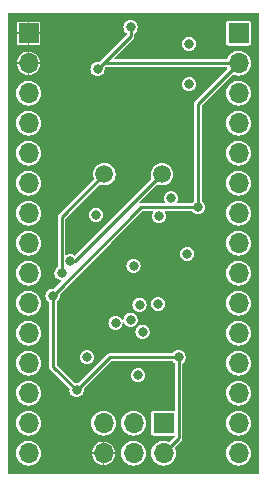
<source format=gbr>
%TF.GenerationSoftware,KiCad,Pcbnew,(6.0.10-0)*%
%TF.CreationDate,2024-10-12T01:55:58-04:00*%
%TF.ProjectId,bareduino,62617265-6475-4696-9e6f-2e6b69636164,rev?*%
%TF.SameCoordinates,Original*%
%TF.FileFunction,Copper,L2,Inr*%
%TF.FilePolarity,Positive*%
%FSLAX46Y46*%
G04 Gerber Fmt 4.6, Leading zero omitted, Abs format (unit mm)*
G04 Created by KiCad (PCBNEW (6.0.10-0)) date 2024-10-12 01:55:58*
%MOMM*%
%LPD*%
G01*
G04 APERTURE LIST*
%TA.AperFunction,ComponentPad*%
%ADD10R,1.700000X1.700000*%
%TD*%
%TA.AperFunction,ComponentPad*%
%ADD11O,1.700000X1.700000*%
%TD*%
%TA.AperFunction,ComponentPad*%
%ADD12C,1.500000*%
%TD*%
%TA.AperFunction,ViaPad*%
%ADD13C,0.800000*%
%TD*%
%TA.AperFunction,Conductor*%
%ADD14C,0.250000*%
%TD*%
G04 APERTURE END LIST*
D10*
%TO.N,/MISO*%
%TO.C,J1*%
X54610000Y-85090000D03*
D11*
%TO.N,VCC*%
X54610000Y-87630000D03*
%TO.N,/SCK*%
X52070000Y-85090000D03*
%TO.N,/MOSI*%
X52070000Y-87630000D03*
%TO.N,/~{RESET}*%
X49530000Y-85090000D03*
%TO.N,GND*%
X49530000Y-87630000D03*
%TD*%
D12*
%TO.N,Net-(C6-Pad1)*%
%TO.C,Y1*%
X49593500Y-64008000D03*
%TO.N,Net-(C7-Pad1)*%
X54473500Y-64008000D03*
%TD*%
D10*
%TO.N,+VDC*%
%TO.C,J3*%
X60960000Y-52070000D03*
D11*
%TO.N,VCC*%
X60960000Y-54610000D03*
%TO.N,+5V*%
X60960000Y-57150000D03*
%TO.N,+3V3*%
X60960000Y-59690000D03*
%TO.N,/A7*%
X60960000Y-62230000D03*
%TO.N,/A6*%
X60960000Y-64770000D03*
%TO.N,/A5*%
X60960000Y-67310000D03*
%TO.N,/A4*%
X60960000Y-69850000D03*
%TO.N,/A3*%
X60960000Y-72390000D03*
%TO.N,/A2*%
X60960000Y-74930000D03*
%TO.N,/A1*%
X60960000Y-77470000D03*
%TO.N,/A0*%
X60960000Y-80010000D03*
%TO.N,/SCK*%
X60960000Y-82550000D03*
%TO.N,/MISO*%
X60960000Y-85090000D03*
%TO.N,/MOSI*%
X60960000Y-87630000D03*
%TD*%
D10*
%TO.N,GND*%
%TO.C,J2*%
X43180000Y-52070000D03*
D11*
X43180000Y-54610000D03*
%TO.N,/~{RESET}*%
X43180000Y-57150000D03*
%TO.N,/AREF*%
X43180000Y-59690000D03*
%TO.N,/RXD*%
X43180000Y-62230000D03*
%TO.N,/TXD*%
X43180000Y-64770000D03*
%TO.N,/P2*%
X43180000Y-67310000D03*
%TO.N,/P3*%
X43180000Y-69850000D03*
%TO.N,/P4*%
X43180000Y-72390000D03*
%TO.N,/P5*%
X43180000Y-74930000D03*
%TO.N,/P6*%
X43180000Y-77470000D03*
%TO.N,/P7*%
X43180000Y-80010000D03*
%TO.N,/P8*%
X43180000Y-82550000D03*
%TO.N,/P9*%
X43180000Y-85090000D03*
%TO.N,/P10*%
X43180000Y-87630000D03*
%TD*%
D13*
%TO.N,GND*%
X59309000Y-76073000D03*
X47117000Y-86233000D03*
X57150000Y-78486000D03*
X57404000Y-84328000D03*
X51562000Y-83439000D03*
X50673000Y-72390000D03*
X44831000Y-68453000D03*
X47879000Y-63627000D03*
X49403000Y-52705000D03*
X51308000Y-59182000D03*
X58801000Y-60960000D03*
%TO.N,VCC*%
X57531000Y-66802000D03*
X47244000Y-82296000D03*
X45212000Y-74295000D03*
X55880000Y-79502000D03*
X49022000Y-55118000D03*
X51816000Y-51562000D03*
%TO.N,+3V3*%
X56769000Y-56388000D03*
%TO.N,/~{RESET}*%
X55245000Y-66040000D03*
X51816000Y-76327000D03*
%TO.N,/MISO*%
X52451000Y-81026000D03*
%TO.N,/A7*%
X54161200Y-74989200D03*
%TO.N,/A6*%
X52832000Y-77343000D03*
%TO.N,/A5*%
X56618503Y-70753898D03*
%TO.N,/P10*%
X50546000Y-76581000D03*
%TO.N,/P9*%
X48133000Y-79502000D03*
%TO.N,/P4*%
X52070000Y-71755000D03*
%TO.N,/P3*%
X48895000Y-67437000D03*
%TO.N,/RXD*%
X54229000Y-67564000D03*
%TO.N,/AREF*%
X52578000Y-75057000D03*
%TO.N,+5V*%
X56769000Y-52959000D03*
%TO.N,Net-(C6-Pad1)*%
X45974000Y-72390000D03*
%TO.N,Net-(C7-Pad1)*%
X46722700Y-71374000D03*
%TD*%
D14*
%TO.N,VCC*%
X45249000Y-80301000D02*
X45249000Y-74332000D01*
X51816000Y-52324000D02*
X49022000Y-55118000D01*
X57531000Y-66802000D02*
X52705000Y-66802000D01*
X45249000Y-80301000D02*
X47244000Y-82296000D01*
X45249000Y-74332000D02*
X45212000Y-74295000D01*
X50038000Y-79502000D02*
X55880000Y-79502000D01*
X49530000Y-54610000D02*
X49022000Y-55118000D01*
X55880000Y-86360000D02*
X55880000Y-79502000D01*
X54610000Y-87630000D02*
X55880000Y-86360000D01*
X60960000Y-54610000D02*
X49530000Y-54610000D01*
X52705000Y-66802000D02*
X45212000Y-74295000D01*
X57531000Y-58039000D02*
X60960000Y-54610000D01*
X57531000Y-66802000D02*
X57531000Y-58039000D01*
X47244000Y-82296000D02*
X50038000Y-79502000D01*
X51816000Y-51562000D02*
X51816000Y-52324000D01*
%TO.N,Net-(C6-Pad1)*%
X45974000Y-67627500D02*
X49593500Y-64008000D01*
X45974000Y-72390000D02*
X45974000Y-67627500D01*
%TO.N,Net-(C7-Pad1)*%
X46722700Y-71374000D02*
X47107500Y-71374000D01*
X47107500Y-71374000D02*
X54473500Y-64008000D01*
%TD*%
%TA.AperFunction,Conductor*%
%TO.N,GND*%
G36*
X62694194Y-50335806D02*
G01*
X62712500Y-50380000D01*
X62712500Y-89320000D01*
X62694194Y-89364194D01*
X62650000Y-89382500D01*
X41490000Y-89382500D01*
X41445806Y-89364194D01*
X41427500Y-89320000D01*
X41427500Y-87615262D01*
X42124520Y-87615262D01*
X42141759Y-87820553D01*
X42198544Y-88018586D01*
X42292712Y-88201818D01*
X42294603Y-88204204D01*
X42294605Y-88204207D01*
X42323598Y-88240787D01*
X42420677Y-88363270D01*
X42423007Y-88365253D01*
X42534657Y-88460274D01*
X42577564Y-88496791D01*
X42757398Y-88597297D01*
X42760302Y-88598241D01*
X42760303Y-88598241D01*
X42950416Y-88660013D01*
X42950421Y-88660014D01*
X42953329Y-88660959D01*
X42956370Y-88661322D01*
X42956372Y-88661322D01*
X43018442Y-88668723D01*
X43157894Y-88685351D01*
X43160936Y-88685117D01*
X43160939Y-88685117D01*
X43360249Y-88669781D01*
X43360251Y-88669781D01*
X43363300Y-88669546D01*
X43561725Y-88614145D01*
X43564448Y-88612770D01*
X43564452Y-88612768D01*
X43742890Y-88522632D01*
X43745610Y-88521258D01*
X43748008Y-88519385D01*
X43748012Y-88519382D01*
X43857088Y-88434162D01*
X43907951Y-88394424D01*
X43936910Y-88360875D01*
X43981194Y-88309570D01*
X44042564Y-88238472D01*
X44144323Y-88059344D01*
X44209351Y-87863863D01*
X44211053Y-87850395D01*
X44229567Y-87703836D01*
X48555720Y-87703836D01*
X48564145Y-87804178D01*
X48565243Y-87810157D01*
X48616371Y-87988462D01*
X48618608Y-87994112D01*
X48703401Y-88159101D01*
X48706686Y-88164198D01*
X48821907Y-88309570D01*
X48826135Y-88313948D01*
X48967386Y-88434162D01*
X48972382Y-88437634D01*
X49134301Y-88528128D01*
X49139872Y-88530562D01*
X49316276Y-88587880D01*
X49322233Y-88589189D01*
X49454156Y-88604920D01*
X49463315Y-88602345D01*
X49466500Y-88596671D01*
X49466500Y-88592613D01*
X49593500Y-88592613D01*
X49596599Y-88600093D01*
X49607144Y-88603994D01*
X49697424Y-88597047D01*
X49703422Y-88595989D01*
X49882073Y-88546109D01*
X49887744Y-88543910D01*
X50053316Y-88460274D01*
X50058438Y-88457024D01*
X50204611Y-88342819D01*
X50209015Y-88338626D01*
X50330214Y-88198214D01*
X50333725Y-88193237D01*
X50425340Y-88031966D01*
X50427817Y-88026402D01*
X50486367Y-87850395D01*
X50487713Y-87844471D01*
X50505227Y-87705834D01*
X50502716Y-87696656D01*
X50497183Y-87693500D01*
X49605931Y-87693500D01*
X49597141Y-87697141D01*
X49593500Y-87705931D01*
X49593500Y-88592613D01*
X49466500Y-88592613D01*
X49466500Y-87705931D01*
X49462859Y-87697141D01*
X49454069Y-87693500D01*
X48567283Y-87693500D01*
X48558493Y-87697141D01*
X48555720Y-87703836D01*
X44229567Y-87703836D01*
X44234951Y-87661216D01*
X44234951Y-87661215D01*
X44235171Y-87659474D01*
X44235583Y-87630000D01*
X44235414Y-87628280D01*
X44235414Y-87628271D01*
X44234138Y-87615262D01*
X51014520Y-87615262D01*
X51031759Y-87820553D01*
X51088544Y-88018586D01*
X51182712Y-88201818D01*
X51184603Y-88204204D01*
X51184605Y-88204207D01*
X51213598Y-88240787D01*
X51310677Y-88363270D01*
X51313007Y-88365253D01*
X51424657Y-88460274D01*
X51467564Y-88496791D01*
X51647398Y-88597297D01*
X51650302Y-88598241D01*
X51650303Y-88598241D01*
X51840416Y-88660013D01*
X51840421Y-88660014D01*
X51843329Y-88660959D01*
X51846370Y-88661322D01*
X51846372Y-88661322D01*
X51908442Y-88668723D01*
X52047894Y-88685351D01*
X52050936Y-88685117D01*
X52050939Y-88685117D01*
X52250249Y-88669781D01*
X52250251Y-88669781D01*
X52253300Y-88669546D01*
X52451725Y-88614145D01*
X52454448Y-88612770D01*
X52454452Y-88612768D01*
X52632890Y-88522632D01*
X52635610Y-88521258D01*
X52638008Y-88519385D01*
X52638012Y-88519382D01*
X52747088Y-88434162D01*
X52797951Y-88394424D01*
X52826910Y-88360875D01*
X52871194Y-88309570D01*
X52932564Y-88238472D01*
X53034323Y-88059344D01*
X53099351Y-87863863D01*
X53101053Y-87850395D01*
X53124951Y-87661216D01*
X53124951Y-87661215D01*
X53125171Y-87659474D01*
X53125583Y-87630000D01*
X53125414Y-87628280D01*
X53125414Y-87628271D01*
X53105778Y-87428010D01*
X53105480Y-87424970D01*
X53045935Y-87227749D01*
X52989197Y-87121040D01*
X52950653Y-87048547D01*
X52950651Y-87048544D01*
X52949218Y-87045849D01*
X52819011Y-86886200D01*
X52660275Y-86754882D01*
X52479055Y-86656897D01*
X52424143Y-86639899D01*
X52285169Y-86596879D01*
X52285166Y-86596878D01*
X52282254Y-86595977D01*
X52279221Y-86595658D01*
X52279220Y-86595658D01*
X52226660Y-86590134D01*
X52077369Y-86574443D01*
X52074336Y-86574719D01*
X52074332Y-86574719D01*
X51961436Y-86584993D01*
X51872203Y-86593114D01*
X51869270Y-86593977D01*
X51869266Y-86593978D01*
X51719005Y-86638203D01*
X51674572Y-86651280D01*
X51492002Y-86746726D01*
X51331447Y-86875815D01*
X51199024Y-87033630D01*
X51099776Y-87214162D01*
X51037484Y-87410532D01*
X51037143Y-87413570D01*
X51037143Y-87413571D01*
X51020350Y-87563289D01*
X51014520Y-87615262D01*
X44234138Y-87615262D01*
X44228146Y-87554145D01*
X48555340Y-87554145D01*
X48557979Y-87563289D01*
X48563796Y-87566500D01*
X49454069Y-87566500D01*
X49462859Y-87562859D01*
X49466500Y-87554069D01*
X49593500Y-87554069D01*
X49597141Y-87562859D01*
X49605931Y-87566500D01*
X50493070Y-87566500D01*
X50501860Y-87562859D01*
X50504515Y-87556448D01*
X50493328Y-87442356D01*
X50492147Y-87436391D01*
X50438534Y-87258815D01*
X50436218Y-87253196D01*
X50349136Y-87089419D01*
X50345770Y-87084354D01*
X50228537Y-86940611D01*
X50224248Y-86936292D01*
X50081332Y-86818061D01*
X50076283Y-86814656D01*
X49913129Y-86726439D01*
X49907511Y-86724077D01*
X49730319Y-86669227D01*
X49724370Y-86668006D01*
X49605862Y-86655550D01*
X49596741Y-86658252D01*
X49593500Y-86664222D01*
X49593500Y-87554069D01*
X49466500Y-87554069D01*
X49466500Y-86667131D01*
X49462859Y-86658341D01*
X49456308Y-86655628D01*
X49349088Y-86665385D01*
X49343109Y-86666525D01*
X49165167Y-86718897D01*
X49159535Y-86721173D01*
X48995146Y-86807112D01*
X48990065Y-86810438D01*
X48845504Y-86926668D01*
X48841156Y-86930926D01*
X48721933Y-87073011D01*
X48718489Y-87078041D01*
X48629133Y-87240577D01*
X48626735Y-87246174D01*
X48570650Y-87422974D01*
X48569386Y-87428919D01*
X48555340Y-87554145D01*
X44228146Y-87554145D01*
X44215778Y-87428010D01*
X44215480Y-87424970D01*
X44155935Y-87227749D01*
X44099197Y-87121040D01*
X44060653Y-87048547D01*
X44060651Y-87048544D01*
X44059218Y-87045849D01*
X43929011Y-86886200D01*
X43770275Y-86754882D01*
X43589055Y-86656897D01*
X43534143Y-86639899D01*
X43395169Y-86596879D01*
X43395166Y-86596878D01*
X43392254Y-86595977D01*
X43389221Y-86595658D01*
X43389220Y-86595658D01*
X43336660Y-86590134D01*
X43187369Y-86574443D01*
X43184336Y-86574719D01*
X43184332Y-86574719D01*
X43071436Y-86584993D01*
X42982203Y-86593114D01*
X42979270Y-86593977D01*
X42979266Y-86593978D01*
X42829005Y-86638203D01*
X42784572Y-86651280D01*
X42602002Y-86746726D01*
X42441447Y-86875815D01*
X42309024Y-87033630D01*
X42209776Y-87214162D01*
X42147484Y-87410532D01*
X42147143Y-87413570D01*
X42147143Y-87413571D01*
X42130350Y-87563289D01*
X42124520Y-87615262D01*
X41427500Y-87615262D01*
X41427500Y-85075262D01*
X42124520Y-85075262D01*
X42141759Y-85280553D01*
X42198544Y-85478586D01*
X42292712Y-85661818D01*
X42294603Y-85664204D01*
X42294605Y-85664207D01*
X42323598Y-85700787D01*
X42420677Y-85823270D01*
X42577564Y-85956791D01*
X42757398Y-86057297D01*
X42760302Y-86058241D01*
X42760303Y-86058241D01*
X42950416Y-86120013D01*
X42950421Y-86120014D01*
X42953329Y-86120959D01*
X42956370Y-86121322D01*
X42956372Y-86121322D01*
X43025344Y-86129546D01*
X43157894Y-86145351D01*
X43160936Y-86145117D01*
X43160939Y-86145117D01*
X43360249Y-86129781D01*
X43360251Y-86129781D01*
X43363300Y-86129546D01*
X43561725Y-86074145D01*
X43564448Y-86072770D01*
X43564452Y-86072768D01*
X43742890Y-85982632D01*
X43745610Y-85981258D01*
X43748008Y-85979385D01*
X43748012Y-85979382D01*
X43833014Y-85912971D01*
X43907951Y-85854424D01*
X43936910Y-85820875D01*
X43960980Y-85792989D01*
X44042564Y-85698472D01*
X44144323Y-85519344D01*
X44209351Y-85323863D01*
X44214452Y-85283489D01*
X44234951Y-85121216D01*
X44234951Y-85121215D01*
X44235171Y-85119474D01*
X44235583Y-85090000D01*
X44235414Y-85088280D01*
X44235414Y-85088271D01*
X44234138Y-85075262D01*
X48474520Y-85075262D01*
X48491759Y-85280553D01*
X48548544Y-85478586D01*
X48642712Y-85661818D01*
X48644603Y-85664204D01*
X48644605Y-85664207D01*
X48673598Y-85700787D01*
X48770677Y-85823270D01*
X48927564Y-85956791D01*
X49107398Y-86057297D01*
X49110302Y-86058241D01*
X49110303Y-86058241D01*
X49300416Y-86120013D01*
X49300421Y-86120014D01*
X49303329Y-86120959D01*
X49306370Y-86121322D01*
X49306372Y-86121322D01*
X49375344Y-86129546D01*
X49507894Y-86145351D01*
X49510936Y-86145117D01*
X49510939Y-86145117D01*
X49710249Y-86129781D01*
X49710251Y-86129781D01*
X49713300Y-86129546D01*
X49911725Y-86074145D01*
X49914448Y-86072770D01*
X49914452Y-86072768D01*
X50092890Y-85982632D01*
X50095610Y-85981258D01*
X50098008Y-85979385D01*
X50098012Y-85979382D01*
X50183014Y-85912971D01*
X50257951Y-85854424D01*
X50286910Y-85820875D01*
X50310980Y-85792989D01*
X50392564Y-85698472D01*
X50494323Y-85519344D01*
X50559351Y-85323863D01*
X50564452Y-85283489D01*
X50584951Y-85121216D01*
X50584951Y-85121215D01*
X50585171Y-85119474D01*
X50585583Y-85090000D01*
X50585414Y-85088280D01*
X50585414Y-85088271D01*
X50584138Y-85075262D01*
X51014520Y-85075262D01*
X51031759Y-85280553D01*
X51088544Y-85478586D01*
X51182712Y-85661818D01*
X51184603Y-85664204D01*
X51184605Y-85664207D01*
X51213598Y-85700787D01*
X51310677Y-85823270D01*
X51467564Y-85956791D01*
X51647398Y-86057297D01*
X51650302Y-86058241D01*
X51650303Y-86058241D01*
X51840416Y-86120013D01*
X51840421Y-86120014D01*
X51843329Y-86120959D01*
X51846370Y-86121322D01*
X51846372Y-86121322D01*
X51915344Y-86129546D01*
X52047894Y-86145351D01*
X52050936Y-86145117D01*
X52050939Y-86145117D01*
X52250249Y-86129781D01*
X52250251Y-86129781D01*
X52253300Y-86129546D01*
X52451725Y-86074145D01*
X52454448Y-86072770D01*
X52454452Y-86072768D01*
X52632890Y-85982632D01*
X52635610Y-85981258D01*
X52638008Y-85979385D01*
X52638012Y-85979382D01*
X52723014Y-85912971D01*
X52797951Y-85854424D01*
X52826910Y-85820875D01*
X52850980Y-85792989D01*
X52932564Y-85698472D01*
X53034323Y-85519344D01*
X53099351Y-85323863D01*
X53104452Y-85283489D01*
X53124951Y-85121216D01*
X53124951Y-85121215D01*
X53125171Y-85119474D01*
X53125583Y-85090000D01*
X53125414Y-85088280D01*
X53125414Y-85088271D01*
X53105778Y-84888010D01*
X53105480Y-84884970D01*
X53045935Y-84687749D01*
X52949218Y-84505849D01*
X52819011Y-84346200D01*
X52660275Y-84214882D01*
X52479055Y-84116897D01*
X52398726Y-84092031D01*
X52285169Y-84056879D01*
X52285166Y-84056878D01*
X52282254Y-84055977D01*
X52279221Y-84055658D01*
X52279220Y-84055658D01*
X52224739Y-84049932D01*
X52077369Y-84034443D01*
X52074336Y-84034719D01*
X52074332Y-84034719D01*
X51961436Y-84044993D01*
X51872203Y-84053114D01*
X51869270Y-84053977D01*
X51869266Y-84053978D01*
X51739974Y-84092031D01*
X51674572Y-84111280D01*
X51492002Y-84206726D01*
X51331447Y-84335815D01*
X51199024Y-84493630D01*
X51099776Y-84674162D01*
X51037484Y-84870532D01*
X51037143Y-84873570D01*
X51037143Y-84873571D01*
X51035524Y-84888010D01*
X51014520Y-85075262D01*
X50584138Y-85075262D01*
X50565778Y-84888010D01*
X50565480Y-84884970D01*
X50505935Y-84687749D01*
X50409218Y-84505849D01*
X50279011Y-84346200D01*
X50120275Y-84214882D01*
X49939055Y-84116897D01*
X49858726Y-84092031D01*
X49745169Y-84056879D01*
X49745166Y-84056878D01*
X49742254Y-84055977D01*
X49739221Y-84055658D01*
X49739220Y-84055658D01*
X49684739Y-84049932D01*
X49537369Y-84034443D01*
X49534336Y-84034719D01*
X49534332Y-84034719D01*
X49421436Y-84044993D01*
X49332203Y-84053114D01*
X49329270Y-84053977D01*
X49329266Y-84053978D01*
X49199974Y-84092031D01*
X49134572Y-84111280D01*
X48952002Y-84206726D01*
X48791447Y-84335815D01*
X48659024Y-84493630D01*
X48559776Y-84674162D01*
X48497484Y-84870532D01*
X48497143Y-84873570D01*
X48497143Y-84873571D01*
X48495524Y-84888010D01*
X48474520Y-85075262D01*
X44234138Y-85075262D01*
X44215778Y-84888010D01*
X44215480Y-84884970D01*
X44155935Y-84687749D01*
X44059218Y-84505849D01*
X43929011Y-84346200D01*
X43770275Y-84214882D01*
X43589055Y-84116897D01*
X43508726Y-84092031D01*
X43395169Y-84056879D01*
X43395166Y-84056878D01*
X43392254Y-84055977D01*
X43389221Y-84055658D01*
X43389220Y-84055658D01*
X43334739Y-84049932D01*
X43187369Y-84034443D01*
X43184336Y-84034719D01*
X43184332Y-84034719D01*
X43071436Y-84044993D01*
X42982203Y-84053114D01*
X42979270Y-84053977D01*
X42979266Y-84053978D01*
X42849974Y-84092031D01*
X42784572Y-84111280D01*
X42602002Y-84206726D01*
X42441447Y-84335815D01*
X42309024Y-84493630D01*
X42209776Y-84674162D01*
X42147484Y-84870532D01*
X42147143Y-84873570D01*
X42147143Y-84873571D01*
X42145524Y-84888010D01*
X42124520Y-85075262D01*
X41427500Y-85075262D01*
X41427500Y-82535262D01*
X42124520Y-82535262D01*
X42125758Y-82550000D01*
X42140602Y-82726772D01*
X42141759Y-82740553D01*
X42142601Y-82743489D01*
X42187809Y-82901147D01*
X42198544Y-82938586D01*
X42292712Y-83121818D01*
X42294603Y-83124204D01*
X42294605Y-83124207D01*
X42323598Y-83160787D01*
X42420677Y-83283270D01*
X42577564Y-83416791D01*
X42757398Y-83517297D01*
X42760302Y-83518241D01*
X42760303Y-83518241D01*
X42950416Y-83580013D01*
X42950421Y-83580014D01*
X42953329Y-83580959D01*
X42956370Y-83581322D01*
X42956372Y-83581322D01*
X43018442Y-83588723D01*
X43157894Y-83605351D01*
X43160936Y-83605117D01*
X43160939Y-83605117D01*
X43360249Y-83589781D01*
X43360251Y-83589781D01*
X43363300Y-83589546D01*
X43561725Y-83534145D01*
X43564448Y-83532770D01*
X43564452Y-83532768D01*
X43742890Y-83442632D01*
X43745610Y-83441258D01*
X43748008Y-83439385D01*
X43748012Y-83439382D01*
X43833014Y-83372971D01*
X43907951Y-83314424D01*
X43936910Y-83280875D01*
X43960980Y-83252989D01*
X44042564Y-83158472D01*
X44144323Y-82979344D01*
X44209351Y-82783863D01*
X44214452Y-82743489D01*
X44234951Y-82581216D01*
X44234951Y-82581215D01*
X44235171Y-82579474D01*
X44235583Y-82550000D01*
X44235414Y-82548280D01*
X44235414Y-82548271D01*
X44215778Y-82348010D01*
X44215480Y-82344970D01*
X44155935Y-82147749D01*
X44059218Y-81965849D01*
X43929011Y-81806200D01*
X43770275Y-81674882D01*
X43589055Y-81576897D01*
X43534143Y-81559899D01*
X43395169Y-81516879D01*
X43395166Y-81516878D01*
X43392254Y-81515977D01*
X43389221Y-81515658D01*
X43389220Y-81515658D01*
X43336660Y-81510134D01*
X43187369Y-81494443D01*
X43184336Y-81494719D01*
X43184332Y-81494719D01*
X43071436Y-81504993D01*
X42982203Y-81513114D01*
X42979270Y-81513977D01*
X42979266Y-81513978D01*
X42855054Y-81550536D01*
X42784572Y-81571280D01*
X42602002Y-81666726D01*
X42441447Y-81795815D01*
X42309024Y-81953630D01*
X42209776Y-82134162D01*
X42147484Y-82330532D01*
X42147143Y-82333570D01*
X42147143Y-82333571D01*
X42134230Y-82448699D01*
X42124520Y-82535262D01*
X41427500Y-82535262D01*
X41427500Y-79995262D01*
X42124520Y-79995262D01*
X42125686Y-80009149D01*
X42132096Y-80085476D01*
X42141759Y-80200553D01*
X42198544Y-80398586D01*
X42292712Y-80581818D01*
X42294603Y-80584204D01*
X42294605Y-80584207D01*
X42323598Y-80620787D01*
X42420677Y-80743270D01*
X42577564Y-80876791D01*
X42757398Y-80977297D01*
X42760302Y-80978241D01*
X42760303Y-80978241D01*
X42950416Y-81040013D01*
X42950421Y-81040014D01*
X42953329Y-81040959D01*
X42956370Y-81041322D01*
X42956372Y-81041322D01*
X43018442Y-81048723D01*
X43157894Y-81065351D01*
X43160936Y-81065117D01*
X43160939Y-81065117D01*
X43360249Y-81049781D01*
X43360251Y-81049781D01*
X43363300Y-81049546D01*
X43561725Y-80994145D01*
X43564448Y-80992770D01*
X43564452Y-80992768D01*
X43742890Y-80902632D01*
X43745610Y-80901258D01*
X43748008Y-80899385D01*
X43748012Y-80899382D01*
X43833014Y-80832971D01*
X43907951Y-80774424D01*
X43936910Y-80740875D01*
X43960980Y-80712989D01*
X44042564Y-80618472D01*
X44144323Y-80439344D01*
X44209351Y-80243863D01*
X44214452Y-80203489D01*
X44234951Y-80041216D01*
X44234951Y-80041215D01*
X44235171Y-80039474D01*
X44235279Y-80031813D01*
X44235559Y-80011739D01*
X44235559Y-80011733D01*
X44235583Y-80010000D01*
X44235414Y-80008280D01*
X44235414Y-80008271D01*
X44215778Y-79808010D01*
X44215480Y-79804970D01*
X44155935Y-79607749D01*
X44059218Y-79425849D01*
X43929011Y-79266200D01*
X43770275Y-79134882D01*
X43589055Y-79036897D01*
X43534143Y-79019899D01*
X43395169Y-78976879D01*
X43395166Y-78976878D01*
X43392254Y-78975977D01*
X43389221Y-78975658D01*
X43389220Y-78975658D01*
X43336660Y-78970134D01*
X43187369Y-78954443D01*
X43184336Y-78954719D01*
X43184332Y-78954719D01*
X43071436Y-78964993D01*
X42982203Y-78973114D01*
X42979270Y-78973977D01*
X42979266Y-78973978D01*
X42829005Y-79018203D01*
X42784572Y-79031280D01*
X42602002Y-79126726D01*
X42441447Y-79255815D01*
X42309024Y-79413630D01*
X42209776Y-79594162D01*
X42147484Y-79790532D01*
X42147143Y-79793570D01*
X42147143Y-79793571D01*
X42131809Y-79930282D01*
X42124520Y-79995262D01*
X41427500Y-79995262D01*
X41427500Y-77455262D01*
X42124520Y-77455262D01*
X42125758Y-77470000D01*
X42140524Y-77645841D01*
X42141759Y-77660553D01*
X42198544Y-77858586D01*
X42292712Y-78041818D01*
X42294603Y-78044204D01*
X42294605Y-78044207D01*
X42323598Y-78080787D01*
X42420677Y-78203270D01*
X42577564Y-78336791D01*
X42757398Y-78437297D01*
X42760302Y-78438241D01*
X42760303Y-78438241D01*
X42950416Y-78500013D01*
X42950421Y-78500014D01*
X42953329Y-78500959D01*
X42956370Y-78501322D01*
X42956372Y-78501322D01*
X43018442Y-78508723D01*
X43157894Y-78525351D01*
X43160936Y-78525117D01*
X43160939Y-78525117D01*
X43360249Y-78509781D01*
X43360251Y-78509781D01*
X43363300Y-78509546D01*
X43561725Y-78454145D01*
X43564448Y-78452770D01*
X43564452Y-78452768D01*
X43742890Y-78362632D01*
X43745610Y-78361258D01*
X43748008Y-78359385D01*
X43748012Y-78359382D01*
X43833014Y-78292971D01*
X43907951Y-78234424D01*
X43936910Y-78200875D01*
X43960980Y-78172989D01*
X44042564Y-78078472D01*
X44144323Y-77899344D01*
X44209351Y-77703863D01*
X44214452Y-77663489D01*
X44234951Y-77501216D01*
X44234951Y-77501215D01*
X44235171Y-77499474D01*
X44235583Y-77470000D01*
X44235414Y-77468280D01*
X44235414Y-77468271D01*
X44215778Y-77268010D01*
X44215480Y-77264970D01*
X44155935Y-77067749D01*
X44111033Y-76983301D01*
X44060653Y-76888547D01*
X44060651Y-76888544D01*
X44059218Y-76885849D01*
X43929011Y-76726200D01*
X43770275Y-76594882D01*
X43589055Y-76496897D01*
X43533497Y-76479699D01*
X43395169Y-76436879D01*
X43395166Y-76436878D01*
X43392254Y-76435977D01*
X43389221Y-76435658D01*
X43389220Y-76435658D01*
X43336660Y-76430134D01*
X43187369Y-76414443D01*
X43184336Y-76414719D01*
X43184332Y-76414719D01*
X43071436Y-76424993D01*
X42982203Y-76433114D01*
X42979270Y-76433977D01*
X42979266Y-76433978D01*
X42829005Y-76478203D01*
X42784572Y-76491280D01*
X42602002Y-76586726D01*
X42441447Y-76715815D01*
X42309024Y-76873630D01*
X42288768Y-76910476D01*
X42219259Y-77036913D01*
X42209776Y-77054162D01*
X42147484Y-77250532D01*
X42147143Y-77253570D01*
X42147143Y-77253571D01*
X42145524Y-77268010D01*
X42124520Y-77455262D01*
X41427500Y-77455262D01*
X41427500Y-74915262D01*
X42124520Y-74915262D01*
X42125758Y-74930000D01*
X42136764Y-75061064D01*
X42141759Y-75120553D01*
X42198544Y-75318586D01*
X42292712Y-75501818D01*
X42294603Y-75504204D01*
X42294605Y-75504207D01*
X42366049Y-75594347D01*
X42420677Y-75663270D01*
X42577564Y-75796791D01*
X42757398Y-75897297D01*
X42760302Y-75898241D01*
X42760303Y-75898241D01*
X42950416Y-75960013D01*
X42950421Y-75960014D01*
X42953329Y-75960959D01*
X42956370Y-75961322D01*
X42956372Y-75961322D01*
X43018442Y-75968723D01*
X43157894Y-75985351D01*
X43160936Y-75985117D01*
X43160939Y-75985117D01*
X43360249Y-75969781D01*
X43360251Y-75969781D01*
X43363300Y-75969546D01*
X43561725Y-75914145D01*
X43564448Y-75912770D01*
X43564452Y-75912768D01*
X43742890Y-75822632D01*
X43745610Y-75821258D01*
X43748008Y-75819385D01*
X43748012Y-75819382D01*
X43833014Y-75752971D01*
X43907951Y-75694424D01*
X43936910Y-75660875D01*
X43960980Y-75632989D01*
X44042564Y-75538472D01*
X44093443Y-75448908D01*
X44142811Y-75362006D01*
X44142812Y-75362004D01*
X44144323Y-75359344D01*
X44209351Y-75163863D01*
X44211613Y-75145962D01*
X44234951Y-74961216D01*
X44234951Y-74961215D01*
X44235171Y-74959474D01*
X44235583Y-74930000D01*
X44235414Y-74928280D01*
X44235414Y-74928271D01*
X44215778Y-74728010D01*
X44215480Y-74724970D01*
X44155935Y-74527749D01*
X44089936Y-74403621D01*
X44060653Y-74348547D01*
X44060651Y-74348544D01*
X44059218Y-74345849D01*
X44017746Y-74295000D01*
X44606318Y-74295000D01*
X44606853Y-74299064D01*
X44617972Y-74383518D01*
X44626956Y-74451762D01*
X44628524Y-74455547D01*
X44628524Y-74455548D01*
X44672170Y-74560918D01*
X44687464Y-74597841D01*
X44689955Y-74601087D01*
X44776267Y-74713571D01*
X44783718Y-74723282D01*
X44786962Y-74725771D01*
X44786963Y-74725772D01*
X44899048Y-74811778D01*
X44922965Y-74853205D01*
X44923500Y-74861363D01*
X44923500Y-80284059D01*
X44923262Y-80289506D01*
X44919736Y-80329807D01*
X44921151Y-80335087D01*
X44921151Y-80335089D01*
X44930207Y-80368883D01*
X44931387Y-80374204D01*
X44938412Y-80414045D01*
X44941145Y-80418779D01*
X44941147Y-80418784D01*
X44941568Y-80419513D01*
X44947812Y-80434586D01*
X44949446Y-80440684D01*
X44952580Y-80445159D01*
X44952580Y-80445160D01*
X44972650Y-80473822D01*
X44975575Y-80478414D01*
X44995806Y-80513455D01*
X44999995Y-80516970D01*
X45026802Y-80539464D01*
X45030822Y-80543148D01*
X46633434Y-82145760D01*
X46651740Y-82189954D01*
X46651205Y-82198112D01*
X46638318Y-82296000D01*
X46638853Y-82300064D01*
X46644380Y-82342042D01*
X46658956Y-82452762D01*
X46719464Y-82598841D01*
X46815718Y-82724282D01*
X46941159Y-82820536D01*
X46944942Y-82822103D01*
X47083452Y-82879476D01*
X47083453Y-82879476D01*
X47087238Y-82881044D01*
X47091300Y-82881579D01*
X47091301Y-82881579D01*
X47239936Y-82901147D01*
X47244000Y-82901682D01*
X47248064Y-82901147D01*
X47396699Y-82881579D01*
X47396700Y-82881579D01*
X47400762Y-82881044D01*
X47404547Y-82879476D01*
X47404548Y-82879476D01*
X47543058Y-82822103D01*
X47546841Y-82820536D01*
X47672282Y-82724282D01*
X47768536Y-82598841D01*
X47829044Y-82452762D01*
X47843621Y-82342042D01*
X47849147Y-82300064D01*
X47849682Y-82296000D01*
X47836795Y-82198112D01*
X47849175Y-82151906D01*
X47854566Y-82145760D01*
X48974326Y-81026000D01*
X51845318Y-81026000D01*
X51845853Y-81030064D01*
X51848310Y-81048723D01*
X51865956Y-81182762D01*
X51926464Y-81328841D01*
X52022718Y-81454282D01*
X52148159Y-81550536D01*
X52151942Y-81552103D01*
X52290452Y-81609476D01*
X52290453Y-81609476D01*
X52294238Y-81611044D01*
X52298300Y-81611579D01*
X52298301Y-81611579D01*
X52446936Y-81631147D01*
X52451000Y-81631682D01*
X52455064Y-81631147D01*
X52603699Y-81611579D01*
X52603700Y-81611579D01*
X52607762Y-81611044D01*
X52611547Y-81609476D01*
X52611548Y-81609476D01*
X52750058Y-81552103D01*
X52753841Y-81550536D01*
X52879282Y-81454282D01*
X52975536Y-81328841D01*
X53036044Y-81182762D01*
X53053691Y-81048723D01*
X53056147Y-81030064D01*
X53056682Y-81026000D01*
X53040440Y-80902632D01*
X53036579Y-80873301D01*
X53036579Y-80873300D01*
X53036044Y-80869238D01*
X52997550Y-80776304D01*
X52977103Y-80726942D01*
X52975536Y-80723159D01*
X52879282Y-80597718D01*
X52753841Y-80501464D01*
X52750058Y-80499897D01*
X52611548Y-80442524D01*
X52611547Y-80442524D01*
X52607762Y-80440956D01*
X52603700Y-80440421D01*
X52603699Y-80440421D01*
X52455064Y-80420853D01*
X52451000Y-80420318D01*
X52446936Y-80420853D01*
X52298301Y-80440421D01*
X52298300Y-80440421D01*
X52294238Y-80440956D01*
X52290453Y-80442524D01*
X52290452Y-80442524D01*
X52151942Y-80499897D01*
X52148159Y-80501464D01*
X52022718Y-80597718D01*
X51926464Y-80723159D01*
X51924897Y-80726942D01*
X51904451Y-80776304D01*
X51865956Y-80869238D01*
X51865421Y-80873300D01*
X51865421Y-80873301D01*
X51861560Y-80902632D01*
X51845318Y-81026000D01*
X48974326Y-81026000D01*
X50154520Y-79845806D01*
X50198714Y-79827500D01*
X55342029Y-79827500D01*
X55386223Y-79845806D01*
X55391611Y-79851948D01*
X55451718Y-79930282D01*
X55530048Y-79990387D01*
X55553965Y-80031813D01*
X55554500Y-80039971D01*
X55554500Y-83978213D01*
X55536194Y-84022407D01*
X55492000Y-84040713D01*
X55485844Y-84040093D01*
X55485814Y-84040400D01*
X55482761Y-84040099D01*
X55479748Y-84039500D01*
X53740252Y-84039500D01*
X53737242Y-84040099D01*
X53737239Y-84040099D01*
X53687805Y-84049932D01*
X53687803Y-84049933D01*
X53681769Y-84051133D01*
X53676655Y-84054550D01*
X53676653Y-84054551D01*
X53632320Y-84084174D01*
X53615448Y-84095448D01*
X53571133Y-84161769D01*
X53569933Y-84167803D01*
X53569932Y-84167805D01*
X53560568Y-84214882D01*
X53559500Y-84220252D01*
X53559500Y-85959748D01*
X53560099Y-85962758D01*
X53560099Y-85962761D01*
X53563779Y-85981258D01*
X53571133Y-86018231D01*
X53615448Y-86084552D01*
X53620562Y-86087969D01*
X53676653Y-86125449D01*
X53676655Y-86125450D01*
X53681769Y-86128867D01*
X53687803Y-86130067D01*
X53687805Y-86130068D01*
X53737239Y-86139901D01*
X53737242Y-86139901D01*
X53740252Y-86140500D01*
X55479748Y-86140500D01*
X55482764Y-86139900D01*
X55483090Y-86139868D01*
X55528866Y-86153753D01*
X55551417Y-86195939D01*
X55537532Y-86241715D01*
X55533412Y-86246261D01*
X55119317Y-86660356D01*
X55075123Y-86678662D01*
X55045397Y-86671140D01*
X55039601Y-86668006D01*
X55019055Y-86656897D01*
X54964143Y-86639899D01*
X54825169Y-86596879D01*
X54825166Y-86596878D01*
X54822254Y-86595977D01*
X54819221Y-86595658D01*
X54819220Y-86595658D01*
X54766660Y-86590134D01*
X54617369Y-86574443D01*
X54614336Y-86574719D01*
X54614332Y-86574719D01*
X54501436Y-86584993D01*
X54412203Y-86593114D01*
X54409270Y-86593977D01*
X54409266Y-86593978D01*
X54259005Y-86638203D01*
X54214572Y-86651280D01*
X54032002Y-86746726D01*
X53871447Y-86875815D01*
X53739024Y-87033630D01*
X53639776Y-87214162D01*
X53577484Y-87410532D01*
X53577143Y-87413570D01*
X53577143Y-87413571D01*
X53560350Y-87563289D01*
X53554520Y-87615262D01*
X53571759Y-87820553D01*
X53628544Y-88018586D01*
X53722712Y-88201818D01*
X53724603Y-88204204D01*
X53724605Y-88204207D01*
X53753598Y-88240787D01*
X53850677Y-88363270D01*
X53853007Y-88365253D01*
X53964657Y-88460274D01*
X54007564Y-88496791D01*
X54187398Y-88597297D01*
X54190302Y-88598241D01*
X54190303Y-88598241D01*
X54380416Y-88660013D01*
X54380421Y-88660014D01*
X54383329Y-88660959D01*
X54386370Y-88661322D01*
X54386372Y-88661322D01*
X54448442Y-88668723D01*
X54587894Y-88685351D01*
X54590936Y-88685117D01*
X54590939Y-88685117D01*
X54790249Y-88669781D01*
X54790251Y-88669781D01*
X54793300Y-88669546D01*
X54991725Y-88614145D01*
X54994448Y-88612770D01*
X54994452Y-88612768D01*
X55172890Y-88522632D01*
X55175610Y-88521258D01*
X55178008Y-88519385D01*
X55178012Y-88519382D01*
X55287088Y-88434162D01*
X55337951Y-88394424D01*
X55366910Y-88360875D01*
X55411194Y-88309570D01*
X55472564Y-88238472D01*
X55574323Y-88059344D01*
X55639351Y-87863863D01*
X55641053Y-87850395D01*
X55664951Y-87661216D01*
X55664951Y-87661215D01*
X55665171Y-87659474D01*
X55665583Y-87630000D01*
X55665414Y-87628280D01*
X55665414Y-87628271D01*
X55664138Y-87615262D01*
X59904520Y-87615262D01*
X59921759Y-87820553D01*
X59978544Y-88018586D01*
X60072712Y-88201818D01*
X60074603Y-88204204D01*
X60074605Y-88204207D01*
X60103598Y-88240787D01*
X60200677Y-88363270D01*
X60203007Y-88365253D01*
X60314657Y-88460274D01*
X60357564Y-88496791D01*
X60537398Y-88597297D01*
X60540302Y-88598241D01*
X60540303Y-88598241D01*
X60730416Y-88660013D01*
X60730421Y-88660014D01*
X60733329Y-88660959D01*
X60736370Y-88661322D01*
X60736372Y-88661322D01*
X60798442Y-88668723D01*
X60937894Y-88685351D01*
X60940936Y-88685117D01*
X60940939Y-88685117D01*
X61140249Y-88669781D01*
X61140251Y-88669781D01*
X61143300Y-88669546D01*
X61341725Y-88614145D01*
X61344448Y-88612770D01*
X61344452Y-88612768D01*
X61522890Y-88522632D01*
X61525610Y-88521258D01*
X61528008Y-88519385D01*
X61528012Y-88519382D01*
X61637088Y-88434162D01*
X61687951Y-88394424D01*
X61716910Y-88360875D01*
X61761194Y-88309570D01*
X61822564Y-88238472D01*
X61924323Y-88059344D01*
X61989351Y-87863863D01*
X61991053Y-87850395D01*
X62014951Y-87661216D01*
X62014951Y-87661215D01*
X62015171Y-87659474D01*
X62015583Y-87630000D01*
X62015414Y-87628280D01*
X62015414Y-87628271D01*
X61995778Y-87428010D01*
X61995480Y-87424970D01*
X61935935Y-87227749D01*
X61879197Y-87121040D01*
X61840653Y-87048547D01*
X61840651Y-87048544D01*
X61839218Y-87045849D01*
X61709011Y-86886200D01*
X61550275Y-86754882D01*
X61369055Y-86656897D01*
X61314143Y-86639899D01*
X61175169Y-86596879D01*
X61175166Y-86596878D01*
X61172254Y-86595977D01*
X61169221Y-86595658D01*
X61169220Y-86595658D01*
X61116660Y-86590134D01*
X60967369Y-86574443D01*
X60964336Y-86574719D01*
X60964332Y-86574719D01*
X60851436Y-86584993D01*
X60762203Y-86593114D01*
X60759270Y-86593977D01*
X60759266Y-86593978D01*
X60609005Y-86638203D01*
X60564572Y-86651280D01*
X60382002Y-86746726D01*
X60221447Y-86875815D01*
X60089024Y-87033630D01*
X59989776Y-87214162D01*
X59927484Y-87410532D01*
X59927143Y-87413570D01*
X59927143Y-87413571D01*
X59910350Y-87563289D01*
X59904520Y-87615262D01*
X55664138Y-87615262D01*
X55645778Y-87428010D01*
X55645480Y-87424970D01*
X55585935Y-87227749D01*
X55577286Y-87211482D01*
X55568297Y-87194575D01*
X55563712Y-87146960D01*
X55579287Y-87121040D01*
X56098186Y-86602141D01*
X56102206Y-86598457D01*
X56129004Y-86575971D01*
X56129005Y-86575970D01*
X56133194Y-86572455D01*
X56153422Y-86537419D01*
X56156344Y-86532832D01*
X56179554Y-86499684D01*
X56180967Y-86494409D01*
X56180970Y-86494404D01*
X56181190Y-86493581D01*
X56187430Y-86478516D01*
X56187853Y-86477783D01*
X56187853Y-86477782D01*
X56190588Y-86473045D01*
X56197613Y-86433209D01*
X56198791Y-86427891D01*
X56207849Y-86394085D01*
X56207849Y-86394084D01*
X56209263Y-86388807D01*
X56205738Y-86348514D01*
X56205500Y-86343067D01*
X56205500Y-85075262D01*
X59904520Y-85075262D01*
X59921759Y-85280553D01*
X59978544Y-85478586D01*
X60072712Y-85661818D01*
X60074603Y-85664204D01*
X60074605Y-85664207D01*
X60103598Y-85700787D01*
X60200677Y-85823270D01*
X60357564Y-85956791D01*
X60537398Y-86057297D01*
X60540302Y-86058241D01*
X60540303Y-86058241D01*
X60730416Y-86120013D01*
X60730421Y-86120014D01*
X60733329Y-86120959D01*
X60736370Y-86121322D01*
X60736372Y-86121322D01*
X60805344Y-86129546D01*
X60937894Y-86145351D01*
X60940936Y-86145117D01*
X60940939Y-86145117D01*
X61140249Y-86129781D01*
X61140251Y-86129781D01*
X61143300Y-86129546D01*
X61341725Y-86074145D01*
X61344448Y-86072770D01*
X61344452Y-86072768D01*
X61522890Y-85982632D01*
X61525610Y-85981258D01*
X61528008Y-85979385D01*
X61528012Y-85979382D01*
X61613014Y-85912971D01*
X61687951Y-85854424D01*
X61716910Y-85820875D01*
X61740980Y-85792989D01*
X61822564Y-85698472D01*
X61924323Y-85519344D01*
X61989351Y-85323863D01*
X61994452Y-85283489D01*
X62014951Y-85121216D01*
X62014951Y-85121215D01*
X62015171Y-85119474D01*
X62015583Y-85090000D01*
X62015414Y-85088280D01*
X62015414Y-85088271D01*
X61995778Y-84888010D01*
X61995480Y-84884970D01*
X61935935Y-84687749D01*
X61839218Y-84505849D01*
X61709011Y-84346200D01*
X61550275Y-84214882D01*
X61369055Y-84116897D01*
X61288726Y-84092031D01*
X61175169Y-84056879D01*
X61175166Y-84056878D01*
X61172254Y-84055977D01*
X61169221Y-84055658D01*
X61169220Y-84055658D01*
X61114739Y-84049932D01*
X60967369Y-84034443D01*
X60964336Y-84034719D01*
X60964332Y-84034719D01*
X60851436Y-84044993D01*
X60762203Y-84053114D01*
X60759270Y-84053977D01*
X60759266Y-84053978D01*
X60629974Y-84092031D01*
X60564572Y-84111280D01*
X60382002Y-84206726D01*
X60221447Y-84335815D01*
X60089024Y-84493630D01*
X59989776Y-84674162D01*
X59927484Y-84870532D01*
X59927143Y-84873570D01*
X59927143Y-84873571D01*
X59925524Y-84888010D01*
X59904520Y-85075262D01*
X56205500Y-85075262D01*
X56205500Y-82535262D01*
X59904520Y-82535262D01*
X59905758Y-82550000D01*
X59920602Y-82726772D01*
X59921759Y-82740553D01*
X59922601Y-82743489D01*
X59967809Y-82901147D01*
X59978544Y-82938586D01*
X60072712Y-83121818D01*
X60074603Y-83124204D01*
X60074605Y-83124207D01*
X60103598Y-83160787D01*
X60200677Y-83283270D01*
X60357564Y-83416791D01*
X60537398Y-83517297D01*
X60540302Y-83518241D01*
X60540303Y-83518241D01*
X60730416Y-83580013D01*
X60730421Y-83580014D01*
X60733329Y-83580959D01*
X60736370Y-83581322D01*
X60736372Y-83581322D01*
X60798442Y-83588723D01*
X60937894Y-83605351D01*
X60940936Y-83605117D01*
X60940939Y-83605117D01*
X61140249Y-83589781D01*
X61140251Y-83589781D01*
X61143300Y-83589546D01*
X61341725Y-83534145D01*
X61344448Y-83532770D01*
X61344452Y-83532768D01*
X61522890Y-83442632D01*
X61525610Y-83441258D01*
X61528008Y-83439385D01*
X61528012Y-83439382D01*
X61613014Y-83372971D01*
X61687951Y-83314424D01*
X61716910Y-83280875D01*
X61740980Y-83252989D01*
X61822564Y-83158472D01*
X61924323Y-82979344D01*
X61989351Y-82783863D01*
X61994452Y-82743489D01*
X62014951Y-82581216D01*
X62014951Y-82581215D01*
X62015171Y-82579474D01*
X62015583Y-82550000D01*
X62015414Y-82548280D01*
X62015414Y-82548271D01*
X61995778Y-82348010D01*
X61995480Y-82344970D01*
X61935935Y-82147749D01*
X61839218Y-81965849D01*
X61709011Y-81806200D01*
X61550275Y-81674882D01*
X61369055Y-81576897D01*
X61314143Y-81559899D01*
X61175169Y-81516879D01*
X61175166Y-81516878D01*
X61172254Y-81515977D01*
X61169221Y-81515658D01*
X61169220Y-81515658D01*
X61116660Y-81510134D01*
X60967369Y-81494443D01*
X60964336Y-81494719D01*
X60964332Y-81494719D01*
X60851436Y-81504993D01*
X60762203Y-81513114D01*
X60759270Y-81513977D01*
X60759266Y-81513978D01*
X60635054Y-81550536D01*
X60564572Y-81571280D01*
X60382002Y-81666726D01*
X60221447Y-81795815D01*
X60089024Y-81953630D01*
X59989776Y-82134162D01*
X59927484Y-82330532D01*
X59927143Y-82333570D01*
X59927143Y-82333571D01*
X59914230Y-82448699D01*
X59904520Y-82535262D01*
X56205500Y-82535262D01*
X56205500Y-80039971D01*
X56223806Y-79995777D01*
X56224393Y-79995262D01*
X59904520Y-79995262D01*
X59905686Y-80009149D01*
X59912096Y-80085476D01*
X59921759Y-80200553D01*
X59978544Y-80398586D01*
X60072712Y-80581818D01*
X60074603Y-80584204D01*
X60074605Y-80584207D01*
X60103598Y-80620787D01*
X60200677Y-80743270D01*
X60357564Y-80876791D01*
X60537398Y-80977297D01*
X60540302Y-80978241D01*
X60540303Y-80978241D01*
X60730416Y-81040013D01*
X60730421Y-81040014D01*
X60733329Y-81040959D01*
X60736370Y-81041322D01*
X60736372Y-81041322D01*
X60798442Y-81048723D01*
X60937894Y-81065351D01*
X60940936Y-81065117D01*
X60940939Y-81065117D01*
X61140249Y-81049781D01*
X61140251Y-81049781D01*
X61143300Y-81049546D01*
X61341725Y-80994145D01*
X61344448Y-80992770D01*
X61344452Y-80992768D01*
X61522890Y-80902632D01*
X61525610Y-80901258D01*
X61528008Y-80899385D01*
X61528012Y-80899382D01*
X61613014Y-80832971D01*
X61687951Y-80774424D01*
X61716910Y-80740875D01*
X61740980Y-80712989D01*
X61822564Y-80618472D01*
X61924323Y-80439344D01*
X61989351Y-80243863D01*
X61994452Y-80203489D01*
X62014951Y-80041216D01*
X62014951Y-80041215D01*
X62015171Y-80039474D01*
X62015279Y-80031813D01*
X62015559Y-80011739D01*
X62015559Y-80011733D01*
X62015583Y-80010000D01*
X62015414Y-80008280D01*
X62015414Y-80008271D01*
X61995778Y-79808010D01*
X61995480Y-79804970D01*
X61935935Y-79607749D01*
X61839218Y-79425849D01*
X61709011Y-79266200D01*
X61550275Y-79134882D01*
X61369055Y-79036897D01*
X61314143Y-79019899D01*
X61175169Y-78976879D01*
X61175166Y-78976878D01*
X61172254Y-78975977D01*
X61169221Y-78975658D01*
X61169220Y-78975658D01*
X61116660Y-78970134D01*
X60967369Y-78954443D01*
X60964336Y-78954719D01*
X60964332Y-78954719D01*
X60851436Y-78964993D01*
X60762203Y-78973114D01*
X60759270Y-78973977D01*
X60759266Y-78973978D01*
X60609005Y-79018203D01*
X60564572Y-79031280D01*
X60382002Y-79126726D01*
X60221447Y-79255815D01*
X60089024Y-79413630D01*
X59989776Y-79594162D01*
X59927484Y-79790532D01*
X59927143Y-79793570D01*
X59927143Y-79793571D01*
X59911809Y-79930282D01*
X59904520Y-79995262D01*
X56224393Y-79995262D01*
X56229948Y-79990389D01*
X56308282Y-79930282D01*
X56404536Y-79804841D01*
X56465044Y-79658762D01*
X56471375Y-79610677D01*
X56485147Y-79506064D01*
X56485682Y-79502000D01*
X56465044Y-79345238D01*
X56437940Y-79279802D01*
X56406103Y-79202942D01*
X56404536Y-79199159D01*
X56308282Y-79073718D01*
X56182841Y-78977464D01*
X56172339Y-78973114D01*
X56040548Y-78918524D01*
X56040547Y-78918524D01*
X56036762Y-78916956D01*
X56032700Y-78916421D01*
X56032699Y-78916421D01*
X55884064Y-78896853D01*
X55880000Y-78896318D01*
X55875936Y-78896853D01*
X55727301Y-78916421D01*
X55727300Y-78916421D01*
X55723238Y-78916956D01*
X55719453Y-78918524D01*
X55719452Y-78918524D01*
X55587661Y-78973114D01*
X55577159Y-78977464D01*
X55451718Y-79073718D01*
X55391614Y-79152048D01*
X55350187Y-79175965D01*
X55342029Y-79176500D01*
X50054941Y-79176500D01*
X50049494Y-79176262D01*
X50046099Y-79175965D01*
X50009193Y-79172736D01*
X50003913Y-79174151D01*
X50003911Y-79174151D01*
X49970117Y-79183207D01*
X49964796Y-79184387D01*
X49924955Y-79191412D01*
X49920221Y-79194145D01*
X49920216Y-79194147D01*
X49919487Y-79194568D01*
X49904414Y-79200812D01*
X49903595Y-79201031D01*
X49903593Y-79201032D01*
X49898316Y-79202446D01*
X49893841Y-79205580D01*
X49893840Y-79205580D01*
X49865178Y-79225650D01*
X49860586Y-79228575D01*
X49825545Y-79248806D01*
X49822030Y-79252995D01*
X49799536Y-79279802D01*
X49795852Y-79283822D01*
X47394240Y-81685434D01*
X47350046Y-81703740D01*
X47341888Y-81703205D01*
X47248064Y-81690853D01*
X47244000Y-81690318D01*
X47146112Y-81703205D01*
X47099906Y-81690825D01*
X47093760Y-81685434D01*
X45592806Y-80184480D01*
X45574500Y-80140286D01*
X45574500Y-79502000D01*
X47527318Y-79502000D01*
X47527853Y-79506064D01*
X47541626Y-79610677D01*
X47547956Y-79658762D01*
X47608464Y-79804841D01*
X47704718Y-79930282D01*
X47830159Y-80026536D01*
X47833942Y-80028103D01*
X47972452Y-80085476D01*
X47972453Y-80085476D01*
X47976238Y-80087044D01*
X47980300Y-80087579D01*
X47980301Y-80087579D01*
X48128936Y-80107147D01*
X48133000Y-80107682D01*
X48137064Y-80107147D01*
X48285699Y-80087579D01*
X48285700Y-80087579D01*
X48289762Y-80087044D01*
X48293547Y-80085476D01*
X48293548Y-80085476D01*
X48432058Y-80028103D01*
X48435841Y-80026536D01*
X48561282Y-79930282D01*
X48657536Y-79804841D01*
X48718044Y-79658762D01*
X48724375Y-79610677D01*
X48738147Y-79506064D01*
X48738682Y-79502000D01*
X48718044Y-79345238D01*
X48690940Y-79279802D01*
X48659103Y-79202942D01*
X48657536Y-79199159D01*
X48561282Y-79073718D01*
X48435841Y-78977464D01*
X48425339Y-78973114D01*
X48293548Y-78918524D01*
X48293547Y-78918524D01*
X48289762Y-78916956D01*
X48285700Y-78916421D01*
X48285699Y-78916421D01*
X48137064Y-78896853D01*
X48133000Y-78896318D01*
X48128936Y-78896853D01*
X47980301Y-78916421D01*
X47980300Y-78916421D01*
X47976238Y-78916956D01*
X47972453Y-78918524D01*
X47972452Y-78918524D01*
X47840661Y-78973114D01*
X47830159Y-78977464D01*
X47704718Y-79073718D01*
X47608464Y-79199159D01*
X47606897Y-79202942D01*
X47575061Y-79279802D01*
X47547956Y-79345238D01*
X47527318Y-79502000D01*
X45574500Y-79502000D01*
X45574500Y-77343000D01*
X52226318Y-77343000D01*
X52246956Y-77499762D01*
X52307464Y-77645841D01*
X52403718Y-77771282D01*
X52529159Y-77867536D01*
X52532942Y-77869103D01*
X52671452Y-77926476D01*
X52671453Y-77926476D01*
X52675238Y-77928044D01*
X52679300Y-77928579D01*
X52679301Y-77928579D01*
X52827936Y-77948147D01*
X52832000Y-77948682D01*
X52836064Y-77948147D01*
X52984699Y-77928579D01*
X52984700Y-77928579D01*
X52988762Y-77928044D01*
X52992547Y-77926476D01*
X52992548Y-77926476D01*
X53131058Y-77869103D01*
X53134841Y-77867536D01*
X53260282Y-77771282D01*
X53356536Y-77645841D01*
X53417044Y-77499762D01*
X53422903Y-77455262D01*
X59904520Y-77455262D01*
X59905758Y-77470000D01*
X59920524Y-77645841D01*
X59921759Y-77660553D01*
X59978544Y-77858586D01*
X60072712Y-78041818D01*
X60074603Y-78044204D01*
X60074605Y-78044207D01*
X60103598Y-78080787D01*
X60200677Y-78203270D01*
X60357564Y-78336791D01*
X60537398Y-78437297D01*
X60540302Y-78438241D01*
X60540303Y-78438241D01*
X60730416Y-78500013D01*
X60730421Y-78500014D01*
X60733329Y-78500959D01*
X60736370Y-78501322D01*
X60736372Y-78501322D01*
X60798442Y-78508723D01*
X60937894Y-78525351D01*
X60940936Y-78525117D01*
X60940939Y-78525117D01*
X61140249Y-78509781D01*
X61140251Y-78509781D01*
X61143300Y-78509546D01*
X61341725Y-78454145D01*
X61344448Y-78452770D01*
X61344452Y-78452768D01*
X61522890Y-78362632D01*
X61525610Y-78361258D01*
X61528008Y-78359385D01*
X61528012Y-78359382D01*
X61613014Y-78292971D01*
X61687951Y-78234424D01*
X61716910Y-78200875D01*
X61740980Y-78172989D01*
X61822564Y-78078472D01*
X61924323Y-77899344D01*
X61989351Y-77703863D01*
X61994452Y-77663489D01*
X62014951Y-77501216D01*
X62014951Y-77501215D01*
X62015171Y-77499474D01*
X62015583Y-77470000D01*
X62015414Y-77468280D01*
X62015414Y-77468271D01*
X61995778Y-77268010D01*
X61995480Y-77264970D01*
X61935935Y-77067749D01*
X61891033Y-76983301D01*
X61840653Y-76888547D01*
X61840651Y-76888544D01*
X61839218Y-76885849D01*
X61709011Y-76726200D01*
X61550275Y-76594882D01*
X61369055Y-76496897D01*
X61313497Y-76479699D01*
X61175169Y-76436879D01*
X61175166Y-76436878D01*
X61172254Y-76435977D01*
X61169221Y-76435658D01*
X61169220Y-76435658D01*
X61116660Y-76430134D01*
X60967369Y-76414443D01*
X60964336Y-76414719D01*
X60964332Y-76414719D01*
X60851436Y-76424993D01*
X60762203Y-76433114D01*
X60759270Y-76433977D01*
X60759266Y-76433978D01*
X60609005Y-76478203D01*
X60564572Y-76491280D01*
X60382002Y-76586726D01*
X60221447Y-76715815D01*
X60089024Y-76873630D01*
X60068768Y-76910476D01*
X59999259Y-77036913D01*
X59989776Y-77054162D01*
X59927484Y-77250532D01*
X59927143Y-77253570D01*
X59927143Y-77253571D01*
X59925524Y-77268010D01*
X59904520Y-77455262D01*
X53422903Y-77455262D01*
X53437682Y-77343000D01*
X53417044Y-77186238D01*
X53408680Y-77166044D01*
X53358103Y-77043942D01*
X53356536Y-77040159D01*
X53260282Y-76914718D01*
X53134841Y-76818464D01*
X53131058Y-76816897D01*
X52992548Y-76759524D01*
X52992547Y-76759524D01*
X52988762Y-76757956D01*
X52984700Y-76757421D01*
X52984699Y-76757421D01*
X52836064Y-76737853D01*
X52832000Y-76737318D01*
X52827936Y-76737853D01*
X52679301Y-76757421D01*
X52679300Y-76757421D01*
X52675238Y-76757956D01*
X52671453Y-76759524D01*
X52671452Y-76759524D01*
X52532942Y-76816897D01*
X52529159Y-76818464D01*
X52403718Y-76914718D01*
X52307464Y-77040159D01*
X52305897Y-77043942D01*
X52255321Y-77166044D01*
X52246956Y-77186238D01*
X52226318Y-77343000D01*
X45574500Y-77343000D01*
X45574500Y-76581000D01*
X49940318Y-76581000D01*
X49940853Y-76585064D01*
X49957815Y-76713900D01*
X49960956Y-76737762D01*
X49962524Y-76741547D01*
X49962524Y-76741548D01*
X49969970Y-76759524D01*
X50021464Y-76883841D01*
X50117718Y-77009282D01*
X50243159Y-77105536D01*
X50246942Y-77107103D01*
X50385452Y-77164476D01*
X50385453Y-77164476D01*
X50389238Y-77166044D01*
X50393300Y-77166579D01*
X50393301Y-77166579D01*
X50541936Y-77186147D01*
X50546000Y-77186682D01*
X50550064Y-77186147D01*
X50698699Y-77166579D01*
X50698700Y-77166579D01*
X50702762Y-77166044D01*
X50706547Y-77164476D01*
X50706548Y-77164476D01*
X50845058Y-77107103D01*
X50848841Y-77105536D01*
X50974282Y-77009282D01*
X51070536Y-76883841D01*
X51122030Y-76759524D01*
X51129476Y-76741548D01*
X51129476Y-76741547D01*
X51131044Y-76737762D01*
X51134186Y-76713900D01*
X51150070Y-76593244D01*
X51173987Y-76551817D01*
X51220193Y-76539437D01*
X51261620Y-76563354D01*
X51269777Y-76577484D01*
X51291464Y-76629841D01*
X51387718Y-76755282D01*
X51513159Y-76851536D01*
X51516942Y-76853103D01*
X51655452Y-76910476D01*
X51655453Y-76910476D01*
X51659238Y-76912044D01*
X51663300Y-76912579D01*
X51663301Y-76912579D01*
X51811936Y-76932147D01*
X51816000Y-76932682D01*
X51820064Y-76932147D01*
X51968699Y-76912579D01*
X51968700Y-76912579D01*
X51972762Y-76912044D01*
X51976547Y-76910476D01*
X51976548Y-76910476D01*
X52115058Y-76853103D01*
X52118841Y-76851536D01*
X52244282Y-76755282D01*
X52340536Y-76629841D01*
X52401044Y-76483762D01*
X52408881Y-76424238D01*
X52421147Y-76331064D01*
X52421682Y-76327000D01*
X52401044Y-76170238D01*
X52340536Y-76024159D01*
X52244282Y-75898718D01*
X52118841Y-75802464D01*
X52100360Y-75794809D01*
X51976548Y-75743524D01*
X51976547Y-75743524D01*
X51972762Y-75741956D01*
X51968700Y-75741421D01*
X51968699Y-75741421D01*
X51820064Y-75721853D01*
X51816000Y-75721318D01*
X51811936Y-75721853D01*
X51663301Y-75741421D01*
X51663300Y-75741421D01*
X51659238Y-75741956D01*
X51655453Y-75743524D01*
X51655452Y-75743524D01*
X51531640Y-75794809D01*
X51513159Y-75802464D01*
X51387718Y-75898718D01*
X51291464Y-76024159D01*
X51230956Y-76170238D01*
X51230421Y-76174300D01*
X51230421Y-76174301D01*
X51211930Y-76314756D01*
X51188013Y-76356183D01*
X51141807Y-76368563D01*
X51100380Y-76344646D01*
X51092223Y-76330516D01*
X51072103Y-76281942D01*
X51070536Y-76278159D01*
X50974282Y-76152718D01*
X50848841Y-76056464D01*
X50770850Y-76024159D01*
X50706548Y-75997524D01*
X50706547Y-75997524D01*
X50702762Y-75995956D01*
X50698700Y-75995421D01*
X50698699Y-75995421D01*
X50550064Y-75975853D01*
X50546000Y-75975318D01*
X50541936Y-75975853D01*
X50393301Y-75995421D01*
X50393300Y-75995421D01*
X50389238Y-75995956D01*
X50385453Y-75997524D01*
X50385452Y-75997524D01*
X50321150Y-76024159D01*
X50243159Y-76056464D01*
X50117718Y-76152718D01*
X50021464Y-76278159D01*
X49960956Y-76424238D01*
X49960421Y-76428300D01*
X49960421Y-76428301D01*
X49952130Y-76491280D01*
X49940318Y-76581000D01*
X45574500Y-76581000D01*
X45574500Y-75057000D01*
X51972318Y-75057000D01*
X51992956Y-75213762D01*
X52053464Y-75359841D01*
X52149718Y-75485282D01*
X52275159Y-75581536D01*
X52278942Y-75583103D01*
X52417452Y-75640476D01*
X52417453Y-75640476D01*
X52421238Y-75642044D01*
X52425300Y-75642579D01*
X52425301Y-75642579D01*
X52573936Y-75662147D01*
X52578000Y-75662682D01*
X52582064Y-75662147D01*
X52730699Y-75642579D01*
X52730700Y-75642579D01*
X52734762Y-75642044D01*
X52738547Y-75640476D01*
X52738548Y-75640476D01*
X52877058Y-75583103D01*
X52880841Y-75581536D01*
X53006282Y-75485282D01*
X53102536Y-75359841D01*
X53163044Y-75213762D01*
X53183682Y-75057000D01*
X53174756Y-74989200D01*
X53555518Y-74989200D01*
X53576156Y-75145962D01*
X53636664Y-75292041D01*
X53732918Y-75417482D01*
X53858359Y-75513736D01*
X53862142Y-75515303D01*
X54000652Y-75572676D01*
X54000653Y-75572676D01*
X54004438Y-75574244D01*
X54008500Y-75574779D01*
X54008501Y-75574779D01*
X54157136Y-75594347D01*
X54161200Y-75594882D01*
X54165264Y-75594347D01*
X54313899Y-75574779D01*
X54313900Y-75574779D01*
X54317962Y-75574244D01*
X54321747Y-75572676D01*
X54321748Y-75572676D01*
X54460258Y-75515303D01*
X54464041Y-75513736D01*
X54589482Y-75417482D01*
X54685736Y-75292041D01*
X54746244Y-75145962D01*
X54766882Y-74989200D01*
X54757148Y-74915262D01*
X59904520Y-74915262D01*
X59905758Y-74930000D01*
X59916764Y-75061064D01*
X59921759Y-75120553D01*
X59978544Y-75318586D01*
X60072712Y-75501818D01*
X60074603Y-75504204D01*
X60074605Y-75504207D01*
X60146049Y-75594347D01*
X60200677Y-75663270D01*
X60357564Y-75796791D01*
X60537398Y-75897297D01*
X60540302Y-75898241D01*
X60540303Y-75898241D01*
X60730416Y-75960013D01*
X60730421Y-75960014D01*
X60733329Y-75960959D01*
X60736370Y-75961322D01*
X60736372Y-75961322D01*
X60798442Y-75968723D01*
X60937894Y-75985351D01*
X60940936Y-75985117D01*
X60940939Y-75985117D01*
X61140249Y-75969781D01*
X61140251Y-75969781D01*
X61143300Y-75969546D01*
X61341725Y-75914145D01*
X61344448Y-75912770D01*
X61344452Y-75912768D01*
X61522890Y-75822632D01*
X61525610Y-75821258D01*
X61528008Y-75819385D01*
X61528012Y-75819382D01*
X61613014Y-75752971D01*
X61687951Y-75694424D01*
X61716910Y-75660875D01*
X61740980Y-75632989D01*
X61822564Y-75538472D01*
X61873443Y-75448908D01*
X61922811Y-75362006D01*
X61922812Y-75362004D01*
X61924323Y-75359344D01*
X61989351Y-75163863D01*
X61991613Y-75145962D01*
X62014951Y-74961216D01*
X62014951Y-74961215D01*
X62015171Y-74959474D01*
X62015583Y-74930000D01*
X62015414Y-74928280D01*
X62015414Y-74928271D01*
X61995778Y-74728010D01*
X61995480Y-74724970D01*
X61935935Y-74527749D01*
X61869936Y-74403621D01*
X61840653Y-74348547D01*
X61840651Y-74348544D01*
X61839218Y-74345849D01*
X61709011Y-74186200D01*
X61550275Y-74054882D01*
X61369055Y-73956897D01*
X61314143Y-73939899D01*
X61175169Y-73896879D01*
X61175166Y-73896878D01*
X61172254Y-73895977D01*
X61169221Y-73895658D01*
X61169220Y-73895658D01*
X61116660Y-73890134D01*
X60967369Y-73874443D01*
X60964336Y-73874719D01*
X60964332Y-73874719D01*
X60851436Y-73884993D01*
X60762203Y-73893114D01*
X60759270Y-73893977D01*
X60759266Y-73893978D01*
X60609005Y-73938203D01*
X60564572Y-73951280D01*
X60382002Y-74046726D01*
X60221447Y-74175815D01*
X60089024Y-74333630D01*
X59989776Y-74514162D01*
X59927484Y-74710532D01*
X59927143Y-74713570D01*
X59927143Y-74713571D01*
X59916128Y-74811778D01*
X59904520Y-74915262D01*
X54757148Y-74915262D01*
X54746779Y-74836501D01*
X54746779Y-74836500D01*
X54746244Y-74832438D01*
X54737687Y-74811778D01*
X54687303Y-74690142D01*
X54685736Y-74686359D01*
X54589482Y-74560918D01*
X54464041Y-74464664D01*
X54423084Y-74447699D01*
X54321748Y-74405724D01*
X54321747Y-74405724D01*
X54317962Y-74404156D01*
X54313900Y-74403621D01*
X54313899Y-74403621D01*
X54165264Y-74384053D01*
X54161200Y-74383518D01*
X54157136Y-74384053D01*
X54008501Y-74403621D01*
X54008500Y-74403621D01*
X54004438Y-74404156D01*
X54000653Y-74405724D01*
X54000652Y-74405724D01*
X53899316Y-74447699D01*
X53858359Y-74464664D01*
X53732918Y-74560918D01*
X53636664Y-74686359D01*
X53635097Y-74690142D01*
X53584714Y-74811778D01*
X53576156Y-74832438D01*
X53575621Y-74836500D01*
X53575621Y-74836501D01*
X53565252Y-74915262D01*
X53555518Y-74989200D01*
X53174756Y-74989200D01*
X53165022Y-74915262D01*
X53163579Y-74904301D01*
X53163579Y-74904300D01*
X53163044Y-74900238D01*
X53146942Y-74861363D01*
X53104103Y-74757942D01*
X53102536Y-74754159D01*
X53006282Y-74628718D01*
X52880841Y-74532464D01*
X52862940Y-74525049D01*
X52738548Y-74473524D01*
X52738547Y-74473524D01*
X52734762Y-74471956D01*
X52730700Y-74471421D01*
X52730699Y-74471421D01*
X52582064Y-74451853D01*
X52578000Y-74451318D01*
X52573936Y-74451853D01*
X52425301Y-74471421D01*
X52425300Y-74471421D01*
X52421238Y-74471956D01*
X52417453Y-74473524D01*
X52417452Y-74473524D01*
X52293060Y-74525049D01*
X52275159Y-74532464D01*
X52149718Y-74628718D01*
X52053464Y-74754159D01*
X52051897Y-74757942D01*
X52009059Y-74861363D01*
X51992956Y-74900238D01*
X51992421Y-74904300D01*
X51992421Y-74904301D01*
X51990978Y-74915262D01*
X51972318Y-75057000D01*
X45574500Y-75057000D01*
X45574500Y-74804580D01*
X45592806Y-74760386D01*
X45598948Y-74754998D01*
X45640282Y-74723282D01*
X45647734Y-74713571D01*
X45734045Y-74601087D01*
X45736536Y-74597841D01*
X45751830Y-74560918D01*
X45795476Y-74455548D01*
X45795476Y-74455547D01*
X45797044Y-74451762D01*
X45806029Y-74383518D01*
X45817147Y-74299064D01*
X45817682Y-74295000D01*
X45804795Y-74197112D01*
X45817175Y-74150906D01*
X45822566Y-74144760D01*
X47592064Y-72375262D01*
X59904520Y-72375262D01*
X59921759Y-72580553D01*
X59978544Y-72778586D01*
X60072712Y-72961818D01*
X60074603Y-72964204D01*
X60074605Y-72964207D01*
X60149119Y-73058220D01*
X60200677Y-73123270D01*
X60357564Y-73256791D01*
X60537398Y-73357297D01*
X60540302Y-73358241D01*
X60540303Y-73358241D01*
X60730416Y-73420013D01*
X60730421Y-73420014D01*
X60733329Y-73420959D01*
X60736370Y-73421322D01*
X60736372Y-73421322D01*
X60798442Y-73428723D01*
X60937894Y-73445351D01*
X60940936Y-73445117D01*
X60940939Y-73445117D01*
X61140249Y-73429781D01*
X61140251Y-73429781D01*
X61143300Y-73429546D01*
X61341725Y-73374145D01*
X61344448Y-73372770D01*
X61344452Y-73372768D01*
X61522890Y-73282632D01*
X61525610Y-73281258D01*
X61528008Y-73279385D01*
X61528012Y-73279382D01*
X61613014Y-73212971D01*
X61687951Y-73154424D01*
X61716910Y-73120875D01*
X61770991Y-73058220D01*
X61822564Y-72998472D01*
X61924323Y-72819344D01*
X61989351Y-72623863D01*
X61994452Y-72583489D01*
X62014951Y-72421216D01*
X62014951Y-72421215D01*
X62015171Y-72419474D01*
X62015527Y-72394064D01*
X62015559Y-72391739D01*
X62015559Y-72391733D01*
X62015583Y-72390000D01*
X62015414Y-72388280D01*
X62015414Y-72388271D01*
X61995778Y-72188010D01*
X61995480Y-72184970D01*
X61935935Y-71987749D01*
X61839218Y-71805849D01*
X61709011Y-71646200D01*
X61550275Y-71514882D01*
X61369055Y-71416897D01*
X61314143Y-71399899D01*
X61175169Y-71356879D01*
X61175166Y-71356878D01*
X61172254Y-71355977D01*
X61169221Y-71355658D01*
X61169220Y-71355658D01*
X61116660Y-71350134D01*
X60967369Y-71334443D01*
X60964336Y-71334719D01*
X60964332Y-71334719D01*
X60851436Y-71344993D01*
X60762203Y-71353114D01*
X60759270Y-71353977D01*
X60759266Y-71353978D01*
X60609005Y-71398203D01*
X60564572Y-71411280D01*
X60382002Y-71506726D01*
X60221447Y-71635815D01*
X60089024Y-71793630D01*
X60032623Y-71896223D01*
X59994833Y-71964964D01*
X59989776Y-71974162D01*
X59927484Y-72170532D01*
X59927143Y-72173570D01*
X59927143Y-72173571D01*
X59905288Y-72368418D01*
X59904520Y-72375262D01*
X47592064Y-72375262D01*
X48212326Y-71755000D01*
X51464318Y-71755000D01*
X51484956Y-71911762D01*
X51486524Y-71915547D01*
X51486524Y-71915548D01*
X51516431Y-71987749D01*
X51545464Y-72057841D01*
X51570863Y-72090942D01*
X51634267Y-72173571D01*
X51641718Y-72183282D01*
X51767159Y-72279536D01*
X51770942Y-72281103D01*
X51909452Y-72338476D01*
X51909453Y-72338476D01*
X51913238Y-72340044D01*
X51917300Y-72340579D01*
X51917301Y-72340579D01*
X52065936Y-72360147D01*
X52070000Y-72360682D01*
X52074064Y-72360147D01*
X52222699Y-72340579D01*
X52222700Y-72340579D01*
X52226762Y-72340044D01*
X52230547Y-72338476D01*
X52230548Y-72338476D01*
X52369058Y-72281103D01*
X52372841Y-72279536D01*
X52498282Y-72183282D01*
X52505734Y-72173571D01*
X52569137Y-72090942D01*
X52594536Y-72057841D01*
X52623569Y-71987749D01*
X52653476Y-71915548D01*
X52653476Y-71915547D01*
X52655044Y-71911762D01*
X52675682Y-71755000D01*
X52655044Y-71598238D01*
X52621325Y-71516832D01*
X52596103Y-71455942D01*
X52594536Y-71452159D01*
X52498282Y-71326718D01*
X52372841Y-71230464D01*
X52262285Y-71184670D01*
X52230548Y-71171524D01*
X52230547Y-71171524D01*
X52226762Y-71169956D01*
X52222700Y-71169421D01*
X52222699Y-71169421D01*
X52074064Y-71149853D01*
X52070000Y-71149318D01*
X52065936Y-71149853D01*
X51917301Y-71169421D01*
X51917300Y-71169421D01*
X51913238Y-71169956D01*
X51909453Y-71171524D01*
X51909452Y-71171524D01*
X51877715Y-71184670D01*
X51767159Y-71230464D01*
X51641718Y-71326718D01*
X51545464Y-71452159D01*
X51543897Y-71455942D01*
X51518676Y-71516832D01*
X51484956Y-71598238D01*
X51464318Y-71755000D01*
X48212326Y-71755000D01*
X49213428Y-70753898D01*
X56012821Y-70753898D01*
X56033459Y-70910660D01*
X56093967Y-71056739D01*
X56190221Y-71182180D01*
X56315662Y-71278434D01*
X56319445Y-71280001D01*
X56457955Y-71337374D01*
X56457956Y-71337374D01*
X56461741Y-71338942D01*
X56465803Y-71339477D01*
X56465804Y-71339477D01*
X56614439Y-71359045D01*
X56618503Y-71359580D01*
X56622567Y-71359045D01*
X56771202Y-71339477D01*
X56771203Y-71339477D01*
X56775265Y-71338942D01*
X56779050Y-71337374D01*
X56779051Y-71337374D01*
X56917561Y-71280001D01*
X56921344Y-71278434D01*
X57046785Y-71182180D01*
X57143039Y-71056739D01*
X57203547Y-70910660D01*
X57224185Y-70753898D01*
X57205823Y-70614424D01*
X57204082Y-70601199D01*
X57204082Y-70601198D01*
X57203547Y-70597136D01*
X57196812Y-70580875D01*
X57144606Y-70454840D01*
X57143039Y-70451057D01*
X57046785Y-70325616D01*
X56921344Y-70229362D01*
X56917561Y-70227795D01*
X56779051Y-70170422D01*
X56779050Y-70170422D01*
X56775265Y-70168854D01*
X56771203Y-70168319D01*
X56771202Y-70168319D01*
X56622567Y-70148751D01*
X56618503Y-70148216D01*
X56614439Y-70148751D01*
X56465804Y-70168319D01*
X56465803Y-70168319D01*
X56461741Y-70168854D01*
X56457956Y-70170422D01*
X56457955Y-70170422D01*
X56319445Y-70227795D01*
X56315662Y-70229362D01*
X56190221Y-70325616D01*
X56093967Y-70451057D01*
X56092400Y-70454840D01*
X56040195Y-70580875D01*
X56033459Y-70597136D01*
X56032924Y-70601198D01*
X56032924Y-70601199D01*
X56031183Y-70614424D01*
X56012821Y-70753898D01*
X49213428Y-70753898D01*
X50132064Y-69835262D01*
X59904520Y-69835262D01*
X59921759Y-70040553D01*
X59978544Y-70238586D01*
X60072712Y-70421818D01*
X60074603Y-70424204D01*
X60074605Y-70424207D01*
X60103598Y-70460787D01*
X60200677Y-70583270D01*
X60203007Y-70585253D01*
X60216970Y-70597136D01*
X60357564Y-70716791D01*
X60537398Y-70817297D01*
X60540302Y-70818241D01*
X60540303Y-70818241D01*
X60730416Y-70880013D01*
X60730421Y-70880014D01*
X60733329Y-70880959D01*
X60736370Y-70881322D01*
X60736372Y-70881322D01*
X60798442Y-70888723D01*
X60937894Y-70905351D01*
X60940936Y-70905117D01*
X60940939Y-70905117D01*
X61140249Y-70889781D01*
X61140251Y-70889781D01*
X61143300Y-70889546D01*
X61341725Y-70834145D01*
X61344448Y-70832770D01*
X61344452Y-70832768D01*
X61522890Y-70742632D01*
X61525610Y-70741258D01*
X61528008Y-70739385D01*
X61528012Y-70739382D01*
X61613014Y-70672971D01*
X61687951Y-70614424D01*
X61699367Y-70601199D01*
X61740980Y-70552989D01*
X61822564Y-70458472D01*
X61924323Y-70279344D01*
X61989351Y-70083863D01*
X61994452Y-70043489D01*
X62014951Y-69881216D01*
X62014951Y-69881215D01*
X62015171Y-69879474D01*
X62015583Y-69850000D01*
X62015414Y-69848280D01*
X62015414Y-69848271D01*
X61995778Y-69648010D01*
X61995480Y-69644970D01*
X61935935Y-69447749D01*
X61839218Y-69265849D01*
X61709011Y-69106200D01*
X61550275Y-68974882D01*
X61369055Y-68876897D01*
X61314143Y-68859899D01*
X61175169Y-68816879D01*
X61175166Y-68816878D01*
X61172254Y-68815977D01*
X61169221Y-68815658D01*
X61169220Y-68815658D01*
X61116660Y-68810134D01*
X60967369Y-68794443D01*
X60964336Y-68794719D01*
X60964332Y-68794719D01*
X60851436Y-68804993D01*
X60762203Y-68813114D01*
X60759270Y-68813977D01*
X60759266Y-68813978D01*
X60609005Y-68858203D01*
X60564572Y-68871280D01*
X60382002Y-68966726D01*
X60221447Y-69095815D01*
X60089024Y-69253630D01*
X59989776Y-69434162D01*
X59927484Y-69630532D01*
X59927143Y-69633570D01*
X59927143Y-69633571D01*
X59925524Y-69648010D01*
X59904520Y-69835262D01*
X50132064Y-69835262D01*
X52821521Y-67145806D01*
X52865715Y-67127500D01*
X53680286Y-67127500D01*
X53724480Y-67145806D01*
X53742786Y-67190000D01*
X53729871Y-67228048D01*
X53704464Y-67261159D01*
X53702897Y-67264942D01*
X53652321Y-67387044D01*
X53643956Y-67407238D01*
X53643421Y-67411300D01*
X53643421Y-67411301D01*
X53631671Y-67500553D01*
X53623318Y-67564000D01*
X53623853Y-67568064D01*
X53628603Y-67604140D01*
X53643956Y-67720762D01*
X53645524Y-67724547D01*
X53645524Y-67724548D01*
X53702474Y-67862037D01*
X53704464Y-67866841D01*
X53800718Y-67992282D01*
X53926159Y-68088536D01*
X53929942Y-68090103D01*
X54068452Y-68147476D01*
X54068453Y-68147476D01*
X54072238Y-68149044D01*
X54076300Y-68149579D01*
X54076301Y-68149579D01*
X54224936Y-68169147D01*
X54229000Y-68169682D01*
X54233064Y-68169147D01*
X54381699Y-68149579D01*
X54381700Y-68149579D01*
X54385762Y-68149044D01*
X54389547Y-68147476D01*
X54389548Y-68147476D01*
X54528058Y-68090103D01*
X54531841Y-68088536D01*
X54657282Y-67992282D01*
X54753536Y-67866841D01*
X54755526Y-67862037D01*
X54812476Y-67724548D01*
X54812476Y-67724547D01*
X54814044Y-67720762D01*
X54829398Y-67604140D01*
X54834147Y-67568064D01*
X54834682Y-67564000D01*
X54826329Y-67500553D01*
X54814579Y-67411301D01*
X54814579Y-67411300D01*
X54814044Y-67407238D01*
X54805680Y-67387044D01*
X54755103Y-67264942D01*
X54753536Y-67261159D01*
X54728129Y-67228048D01*
X54715749Y-67181842D01*
X54739666Y-67140415D01*
X54777714Y-67127500D01*
X56993029Y-67127500D01*
X57037223Y-67145806D01*
X57042611Y-67151948D01*
X57102718Y-67230282D01*
X57105963Y-67232772D01*
X57105964Y-67232773D01*
X57142958Y-67261159D01*
X57228159Y-67326536D01*
X57231942Y-67328103D01*
X57370452Y-67385476D01*
X57370453Y-67385476D01*
X57374238Y-67387044D01*
X57378300Y-67387579D01*
X57378301Y-67387579D01*
X57526936Y-67407147D01*
X57531000Y-67407682D01*
X57535064Y-67407147D01*
X57683699Y-67387579D01*
X57683700Y-67387579D01*
X57687762Y-67387044D01*
X57691547Y-67385476D01*
X57691548Y-67385476D01*
X57830058Y-67328103D01*
X57833841Y-67326536D01*
X57874598Y-67295262D01*
X59904520Y-67295262D01*
X59905758Y-67310000D01*
X59921202Y-67493914D01*
X59921759Y-67500553D01*
X59978544Y-67698586D01*
X60072712Y-67881818D01*
X60074603Y-67884204D01*
X60074605Y-67884207D01*
X60157109Y-67988300D01*
X60200677Y-68043270D01*
X60357564Y-68176791D01*
X60537398Y-68277297D01*
X60540302Y-68278241D01*
X60540303Y-68278241D01*
X60730416Y-68340013D01*
X60730421Y-68340014D01*
X60733329Y-68340959D01*
X60736370Y-68341322D01*
X60736372Y-68341322D01*
X60798442Y-68348723D01*
X60937894Y-68365351D01*
X60940936Y-68365117D01*
X60940939Y-68365117D01*
X61140249Y-68349781D01*
X61140251Y-68349781D01*
X61143300Y-68349546D01*
X61341725Y-68294145D01*
X61344448Y-68292770D01*
X61344452Y-68292768D01*
X61522890Y-68202632D01*
X61525610Y-68201258D01*
X61528008Y-68199385D01*
X61528012Y-68199382D01*
X61613014Y-68132971D01*
X61687951Y-68074424D01*
X61716910Y-68040875D01*
X61761654Y-67989037D01*
X61822564Y-67918472D01*
X61896561Y-67788214D01*
X61922811Y-67742006D01*
X61922812Y-67742004D01*
X61924323Y-67739344D01*
X61989351Y-67543863D01*
X61994452Y-67503489D01*
X62014951Y-67341216D01*
X62014951Y-67341215D01*
X62015171Y-67339474D01*
X62015583Y-67310000D01*
X62015414Y-67308280D01*
X62015414Y-67308271D01*
X61995778Y-67108010D01*
X61995480Y-67104970D01*
X61935935Y-66907749D01*
X61839218Y-66725849D01*
X61709011Y-66566200D01*
X61550275Y-66434882D01*
X61369055Y-66336897D01*
X61276424Y-66308223D01*
X61175169Y-66276879D01*
X61175166Y-66276878D01*
X61172254Y-66275977D01*
X61169221Y-66275658D01*
X61169220Y-66275658D01*
X61116660Y-66270134D01*
X60967369Y-66254443D01*
X60964336Y-66254719D01*
X60964332Y-66254719D01*
X60862033Y-66264029D01*
X60762203Y-66273114D01*
X60759270Y-66273977D01*
X60759266Y-66273978D01*
X60642913Y-66308223D01*
X60564572Y-66331280D01*
X60382002Y-66426726D01*
X60221447Y-66555815D01*
X60089024Y-66713630D01*
X59989776Y-66894162D01*
X59927484Y-67090532D01*
X59927143Y-67093570D01*
X59927143Y-67093571D01*
X59911809Y-67230282D01*
X59904520Y-67295262D01*
X57874598Y-67295262D01*
X57959282Y-67230282D01*
X58055536Y-67104841D01*
X58062670Y-67087617D01*
X58114476Y-66962548D01*
X58114476Y-66962547D01*
X58116044Y-66958762D01*
X58122375Y-66910677D01*
X58136147Y-66806064D01*
X58136682Y-66802000D01*
X58116044Y-66645238D01*
X58089802Y-66581883D01*
X58057103Y-66502942D01*
X58055536Y-66499159D01*
X58005098Y-66433427D01*
X57961773Y-66376964D01*
X57961772Y-66376963D01*
X57959282Y-66373718D01*
X57880952Y-66313613D01*
X57857035Y-66272187D01*
X57856500Y-66264029D01*
X57856500Y-64755262D01*
X59904520Y-64755262D01*
X59905758Y-64770000D01*
X59920102Y-64940819D01*
X59921759Y-64960553D01*
X59978544Y-65158586D01*
X60072712Y-65341818D01*
X60074603Y-65344204D01*
X60074605Y-65344207D01*
X60103598Y-65380787D01*
X60200677Y-65503270D01*
X60203007Y-65505253D01*
X60325178Y-65609228D01*
X60357564Y-65636791D01*
X60537398Y-65737297D01*
X60540302Y-65738241D01*
X60540303Y-65738241D01*
X60730416Y-65800013D01*
X60730421Y-65800014D01*
X60733329Y-65800959D01*
X60736370Y-65801322D01*
X60736372Y-65801322D01*
X60798442Y-65808723D01*
X60937894Y-65825351D01*
X60940936Y-65825117D01*
X60940939Y-65825117D01*
X61140249Y-65809781D01*
X61140251Y-65809781D01*
X61143300Y-65809546D01*
X61341725Y-65754145D01*
X61344448Y-65752770D01*
X61344452Y-65752768D01*
X61522890Y-65662632D01*
X61525610Y-65661258D01*
X61528008Y-65659385D01*
X61528012Y-65659382D01*
X61613014Y-65592971D01*
X61687951Y-65534424D01*
X61705670Y-65513897D01*
X61757007Y-65454421D01*
X61822564Y-65378472D01*
X61924323Y-65199344D01*
X61989351Y-65003863D01*
X61994452Y-64963489D01*
X62014951Y-64801216D01*
X62014951Y-64801215D01*
X62015171Y-64799474D01*
X62015583Y-64770000D01*
X62015414Y-64768280D01*
X62015414Y-64768271D01*
X61995778Y-64568010D01*
X61995480Y-64564970D01*
X61935935Y-64367749D01*
X61891033Y-64283301D01*
X61840653Y-64188547D01*
X61840651Y-64188544D01*
X61839218Y-64185849D01*
X61709011Y-64026200D01*
X61550275Y-63894882D01*
X61369055Y-63796897D01*
X61314143Y-63779899D01*
X61175169Y-63736879D01*
X61175166Y-63736878D01*
X61172254Y-63735977D01*
X61169221Y-63735658D01*
X61169220Y-63735658D01*
X61116660Y-63730134D01*
X60967369Y-63714443D01*
X60964336Y-63714719D01*
X60964332Y-63714719D01*
X60851436Y-63724993D01*
X60762203Y-63733114D01*
X60759270Y-63733977D01*
X60759266Y-63733978D01*
X60609005Y-63778203D01*
X60564572Y-63791280D01*
X60382002Y-63886726D01*
X60221447Y-64015815D01*
X60089024Y-64173630D01*
X59989776Y-64354162D01*
X59927484Y-64550532D01*
X59927143Y-64553570D01*
X59927143Y-64553571D01*
X59911017Y-64697343D01*
X59904520Y-64755262D01*
X57856500Y-64755262D01*
X57856500Y-62215262D01*
X59904520Y-62215262D01*
X59921759Y-62420553D01*
X59978544Y-62618586D01*
X60072712Y-62801818D01*
X60074603Y-62804204D01*
X60074605Y-62804207D01*
X60103598Y-62840787D01*
X60200677Y-62963270D01*
X60357564Y-63096791D01*
X60537398Y-63197297D01*
X60540302Y-63198241D01*
X60540303Y-63198241D01*
X60730416Y-63260013D01*
X60730421Y-63260014D01*
X60733329Y-63260959D01*
X60736370Y-63261322D01*
X60736372Y-63261322D01*
X60798442Y-63268723D01*
X60937894Y-63285351D01*
X60940936Y-63285117D01*
X60940939Y-63285117D01*
X61140249Y-63269781D01*
X61140251Y-63269781D01*
X61143300Y-63269546D01*
X61341725Y-63214145D01*
X61344448Y-63212770D01*
X61344452Y-63212768D01*
X61522890Y-63122632D01*
X61525610Y-63121258D01*
X61528008Y-63119385D01*
X61528012Y-63119382D01*
X61613074Y-63052924D01*
X61687951Y-62994424D01*
X61716910Y-62960875D01*
X61740980Y-62932989D01*
X61822564Y-62838472D01*
X61924323Y-62659344D01*
X61989351Y-62463863D01*
X61994452Y-62423489D01*
X62014951Y-62261216D01*
X62014951Y-62261215D01*
X62015171Y-62259474D01*
X62015583Y-62230000D01*
X62015414Y-62228280D01*
X62015414Y-62228271D01*
X61995778Y-62028010D01*
X61995480Y-62024970D01*
X61935935Y-61827749D01*
X61839218Y-61645849D01*
X61709011Y-61486200D01*
X61550275Y-61354882D01*
X61369055Y-61256897D01*
X61314143Y-61239899D01*
X61175169Y-61196879D01*
X61175166Y-61196878D01*
X61172254Y-61195977D01*
X61169221Y-61195658D01*
X61169220Y-61195658D01*
X61116660Y-61190134D01*
X60967369Y-61174443D01*
X60964336Y-61174719D01*
X60964332Y-61174719D01*
X60851436Y-61184993D01*
X60762203Y-61193114D01*
X60759270Y-61193977D01*
X60759266Y-61193978D01*
X60609005Y-61238203D01*
X60564572Y-61251280D01*
X60382002Y-61346726D01*
X60221447Y-61475815D01*
X60089024Y-61633630D01*
X59989776Y-61814162D01*
X59927484Y-62010532D01*
X59927143Y-62013570D01*
X59927143Y-62013571D01*
X59925524Y-62028010D01*
X59904520Y-62215262D01*
X57856500Y-62215262D01*
X57856500Y-59675262D01*
X59904520Y-59675262D01*
X59921759Y-59880553D01*
X59978544Y-60078586D01*
X60072712Y-60261818D01*
X60074603Y-60264204D01*
X60074605Y-60264207D01*
X60103598Y-60300787D01*
X60200677Y-60423270D01*
X60357564Y-60556791D01*
X60537398Y-60657297D01*
X60540302Y-60658241D01*
X60540303Y-60658241D01*
X60730416Y-60720013D01*
X60730421Y-60720014D01*
X60733329Y-60720959D01*
X60736370Y-60721322D01*
X60736372Y-60721322D01*
X60798442Y-60728723D01*
X60937894Y-60745351D01*
X60940936Y-60745117D01*
X60940939Y-60745117D01*
X61140249Y-60729781D01*
X61140251Y-60729781D01*
X61143300Y-60729546D01*
X61341725Y-60674145D01*
X61344448Y-60672770D01*
X61344452Y-60672768D01*
X61522890Y-60582632D01*
X61525610Y-60581258D01*
X61528008Y-60579385D01*
X61528012Y-60579382D01*
X61613014Y-60512971D01*
X61687951Y-60454424D01*
X61716910Y-60420875D01*
X61740980Y-60392989D01*
X61822564Y-60298472D01*
X61924323Y-60119344D01*
X61989351Y-59923863D01*
X61994452Y-59883489D01*
X62014951Y-59721216D01*
X62014951Y-59721215D01*
X62015171Y-59719474D01*
X62015583Y-59690000D01*
X62015414Y-59688280D01*
X62015414Y-59688271D01*
X61995778Y-59488010D01*
X61995480Y-59484970D01*
X61935935Y-59287749D01*
X61839218Y-59105849D01*
X61709011Y-58946200D01*
X61550275Y-58814882D01*
X61369055Y-58716897D01*
X61314143Y-58699899D01*
X61175169Y-58656879D01*
X61175166Y-58656878D01*
X61172254Y-58655977D01*
X61169221Y-58655658D01*
X61169220Y-58655658D01*
X61116660Y-58650134D01*
X60967369Y-58634443D01*
X60964336Y-58634719D01*
X60964332Y-58634719D01*
X60851436Y-58644993D01*
X60762203Y-58653114D01*
X60759270Y-58653977D01*
X60759266Y-58653978D01*
X60609005Y-58698203D01*
X60564572Y-58711280D01*
X60382002Y-58806726D01*
X60221447Y-58935815D01*
X60089024Y-59093630D01*
X59989776Y-59274162D01*
X59927484Y-59470532D01*
X59927143Y-59473570D01*
X59927143Y-59473571D01*
X59925524Y-59488010D01*
X59904520Y-59675262D01*
X57856500Y-59675262D01*
X57856500Y-58199714D01*
X57874806Y-58155520D01*
X58895064Y-57135262D01*
X59904520Y-57135262D01*
X59921759Y-57340553D01*
X59978544Y-57538586D01*
X60072712Y-57721818D01*
X60074603Y-57724204D01*
X60074605Y-57724207D01*
X60152931Y-57823030D01*
X60200677Y-57883270D01*
X60203007Y-57885253D01*
X60245264Y-57921216D01*
X60357564Y-58016791D01*
X60537398Y-58117297D01*
X60540302Y-58118241D01*
X60540303Y-58118241D01*
X60730416Y-58180013D01*
X60730421Y-58180014D01*
X60733329Y-58180959D01*
X60736370Y-58181322D01*
X60736372Y-58181322D01*
X60798442Y-58188723D01*
X60937894Y-58205351D01*
X60940936Y-58205117D01*
X60940939Y-58205117D01*
X61140249Y-58189781D01*
X61140251Y-58189781D01*
X61143300Y-58189546D01*
X61341725Y-58134145D01*
X61344448Y-58132770D01*
X61344452Y-58132768D01*
X61522890Y-58042632D01*
X61525610Y-58041258D01*
X61528008Y-58039385D01*
X61528012Y-58039382D01*
X61622201Y-57965793D01*
X61687951Y-57914424D01*
X61695729Y-57905414D01*
X61763805Y-57826545D01*
X61822564Y-57758472D01*
X61924323Y-57579344D01*
X61989351Y-57383863D01*
X61994452Y-57343489D01*
X62014951Y-57181216D01*
X62014951Y-57181215D01*
X62015171Y-57179474D01*
X62015583Y-57150000D01*
X62015414Y-57148280D01*
X62015414Y-57148271D01*
X61995778Y-56948010D01*
X61995480Y-56944970D01*
X61935935Y-56747749D01*
X61839218Y-56565849D01*
X61709011Y-56406200D01*
X61550275Y-56274882D01*
X61369055Y-56176897D01*
X61314143Y-56159899D01*
X61175169Y-56116879D01*
X61175166Y-56116878D01*
X61172254Y-56115977D01*
X61169221Y-56115658D01*
X61169220Y-56115658D01*
X61116660Y-56110134D01*
X60967369Y-56094443D01*
X60964336Y-56094719D01*
X60964332Y-56094719D01*
X60851436Y-56104993D01*
X60762203Y-56113114D01*
X60759270Y-56113977D01*
X60759266Y-56113978D01*
X60609005Y-56158203D01*
X60564572Y-56171280D01*
X60382002Y-56266726D01*
X60221447Y-56395815D01*
X60089024Y-56553630D01*
X60028446Y-56663822D01*
X60015672Y-56687058D01*
X59989776Y-56734162D01*
X59927484Y-56930532D01*
X59927143Y-56933570D01*
X59927143Y-56933571D01*
X59920401Y-56993682D01*
X59904520Y-57135262D01*
X58895064Y-57135262D01*
X60449853Y-55580474D01*
X60494047Y-55562168D01*
X60524539Y-55570110D01*
X60537398Y-55577297D01*
X60540302Y-55578241D01*
X60540303Y-55578241D01*
X60730416Y-55640013D01*
X60730421Y-55640014D01*
X60733329Y-55640959D01*
X60736370Y-55641322D01*
X60736372Y-55641322D01*
X60798442Y-55648723D01*
X60937894Y-55665351D01*
X60940936Y-55665117D01*
X60940939Y-55665117D01*
X61140249Y-55649781D01*
X61140251Y-55649781D01*
X61143300Y-55649546D01*
X61341725Y-55594145D01*
X61344448Y-55592770D01*
X61344452Y-55592768D01*
X61522890Y-55502632D01*
X61525610Y-55501258D01*
X61528008Y-55499385D01*
X61528012Y-55499382D01*
X61624385Y-55424087D01*
X61687951Y-55374424D01*
X61822564Y-55218472D01*
X61924323Y-55039344D01*
X61989351Y-54843863D01*
X61991053Y-54830395D01*
X62014951Y-54641216D01*
X62014951Y-54641215D01*
X62015171Y-54639474D01*
X62015583Y-54610000D01*
X62015414Y-54608280D01*
X62015414Y-54608271D01*
X61995778Y-54408010D01*
X61995480Y-54404970D01*
X61935935Y-54207749D01*
X61891033Y-54123301D01*
X61840653Y-54028547D01*
X61840651Y-54028544D01*
X61839218Y-54025849D01*
X61709011Y-53866200D01*
X61550275Y-53734882D01*
X61369055Y-53636897D01*
X61314143Y-53619899D01*
X61175169Y-53576879D01*
X61175166Y-53576878D01*
X61172254Y-53575977D01*
X61169221Y-53575658D01*
X61169220Y-53575658D01*
X61116660Y-53570134D01*
X60967369Y-53554443D01*
X60964336Y-53554719D01*
X60964332Y-53554719D01*
X60854858Y-53564682D01*
X60762203Y-53573114D01*
X60759270Y-53573977D01*
X60759266Y-53573978D01*
X60609005Y-53618203D01*
X60564572Y-53631280D01*
X60382002Y-53726726D01*
X60221447Y-53855815D01*
X60089024Y-54013630D01*
X60058354Y-54069419D01*
X59998768Y-54177806D01*
X59989776Y-54194162D01*
X59985466Y-54207749D01*
X59974950Y-54240899D01*
X59944138Y-54277489D01*
X59915376Y-54284500D01*
X50466714Y-54284500D01*
X50422520Y-54266194D01*
X50404214Y-54222000D01*
X50422520Y-54177806D01*
X51641326Y-52959000D01*
X56163318Y-52959000D01*
X56183956Y-53115762D01*
X56185524Y-53119547D01*
X56185524Y-53119548D01*
X56242897Y-53258058D01*
X56244464Y-53261841D01*
X56340718Y-53387282D01*
X56466159Y-53483536D01*
X56469942Y-53485103D01*
X56608452Y-53542476D01*
X56608453Y-53542476D01*
X56612238Y-53544044D01*
X56616300Y-53544579D01*
X56616301Y-53544579D01*
X56764936Y-53564147D01*
X56769000Y-53564682D01*
X56773064Y-53564147D01*
X56921699Y-53544579D01*
X56921700Y-53544579D01*
X56925762Y-53544044D01*
X56929547Y-53542476D01*
X56929548Y-53542476D01*
X57068058Y-53485103D01*
X57071841Y-53483536D01*
X57197282Y-53387282D01*
X57293536Y-53261841D01*
X57295103Y-53258058D01*
X57352476Y-53119548D01*
X57352476Y-53119547D01*
X57354044Y-53115762D01*
X57374682Y-52959000D01*
X57372147Y-52939748D01*
X59909500Y-52939748D01*
X59921133Y-52998231D01*
X59924550Y-53003345D01*
X59924551Y-53003347D01*
X59949598Y-53040831D01*
X59965448Y-53064552D01*
X59970562Y-53067969D01*
X60026653Y-53105449D01*
X60026655Y-53105450D01*
X60031769Y-53108867D01*
X60037803Y-53110067D01*
X60037805Y-53110068D01*
X60087239Y-53119901D01*
X60087242Y-53119901D01*
X60090252Y-53120500D01*
X61829748Y-53120500D01*
X61832758Y-53119901D01*
X61832761Y-53119901D01*
X61882195Y-53110068D01*
X61882197Y-53110067D01*
X61888231Y-53108867D01*
X61893345Y-53105450D01*
X61893347Y-53105449D01*
X61949438Y-53067969D01*
X61954552Y-53064552D01*
X61970402Y-53040831D01*
X61995449Y-53003347D01*
X61995450Y-53003345D01*
X61998867Y-52998231D01*
X62010500Y-52939748D01*
X62010500Y-51200252D01*
X61998867Y-51141769D01*
X61993488Y-51133718D01*
X61957969Y-51080562D01*
X61954552Y-51075448D01*
X61895361Y-51035897D01*
X61893347Y-51034551D01*
X61893345Y-51034550D01*
X61888231Y-51031133D01*
X61882197Y-51029933D01*
X61882195Y-51029932D01*
X61832761Y-51020099D01*
X61832758Y-51020099D01*
X61829748Y-51019500D01*
X60090252Y-51019500D01*
X60087242Y-51020099D01*
X60087239Y-51020099D01*
X60037805Y-51029932D01*
X60037803Y-51029933D01*
X60031769Y-51031133D01*
X60026655Y-51034550D01*
X60026653Y-51034551D01*
X60024639Y-51035897D01*
X59965448Y-51075448D01*
X59962031Y-51080562D01*
X59926513Y-51133718D01*
X59921133Y-51141769D01*
X59909500Y-51200252D01*
X59909500Y-52939748D01*
X57372147Y-52939748D01*
X57354044Y-52802238D01*
X57293536Y-52656159D01*
X57197282Y-52530718D01*
X57071841Y-52434464D01*
X56969042Y-52391883D01*
X56929548Y-52375524D01*
X56929547Y-52375524D01*
X56925762Y-52373956D01*
X56921700Y-52373421D01*
X56921699Y-52373421D01*
X56773064Y-52353853D01*
X56769000Y-52353318D01*
X56764936Y-52353853D01*
X56616301Y-52373421D01*
X56616300Y-52373421D01*
X56612238Y-52373956D01*
X56608453Y-52375524D01*
X56608452Y-52375524D01*
X56568958Y-52391883D01*
X56466159Y-52434464D01*
X56340718Y-52530718D01*
X56244464Y-52656159D01*
X56183956Y-52802238D01*
X56163318Y-52959000D01*
X51641326Y-52959000D01*
X52034180Y-52566146D01*
X52038200Y-52562462D01*
X52065005Y-52539970D01*
X52069194Y-52536455D01*
X52089425Y-52501414D01*
X52092350Y-52496822D01*
X52112420Y-52468160D01*
X52112420Y-52468159D01*
X52115554Y-52463684D01*
X52117188Y-52457586D01*
X52123432Y-52442513D01*
X52123853Y-52441784D01*
X52123855Y-52441779D01*
X52126588Y-52437045D01*
X52133613Y-52397204D01*
X52134793Y-52391883D01*
X52143849Y-52358089D01*
X52143849Y-52358087D01*
X52145264Y-52352807D01*
X52141738Y-52312502D01*
X52141500Y-52307055D01*
X52141500Y-52099971D01*
X52159806Y-52055777D01*
X52165948Y-52050389D01*
X52244282Y-51990282D01*
X52340536Y-51864841D01*
X52401044Y-51718762D01*
X52421682Y-51562000D01*
X52401044Y-51405238D01*
X52340536Y-51259159D01*
X52244282Y-51133718D01*
X52118841Y-51037464D01*
X52075472Y-51019500D01*
X51976548Y-50978524D01*
X51976547Y-50978524D01*
X51972762Y-50976956D01*
X51968700Y-50976421D01*
X51968699Y-50976421D01*
X51820064Y-50956853D01*
X51816000Y-50956318D01*
X51811936Y-50956853D01*
X51663301Y-50976421D01*
X51663300Y-50976421D01*
X51659238Y-50976956D01*
X51655453Y-50978524D01*
X51655452Y-50978524D01*
X51556528Y-51019500D01*
X51513159Y-51037464D01*
X51387718Y-51133718D01*
X51291464Y-51259159D01*
X51230956Y-51405238D01*
X51210318Y-51562000D01*
X51230956Y-51718762D01*
X51291464Y-51864841D01*
X51387718Y-51990282D01*
X51466048Y-52050387D01*
X51489965Y-52091813D01*
X51490500Y-52099971D01*
X51490500Y-52163286D01*
X51472194Y-52207480D01*
X49335959Y-54343715D01*
X49323014Y-54353648D01*
X49322281Y-54354071D01*
X49322278Y-54354073D01*
X49317545Y-54356806D01*
X49314031Y-54360994D01*
X49291541Y-54387796D01*
X49287857Y-54391816D01*
X49172239Y-54507434D01*
X49128045Y-54525740D01*
X49119887Y-54525205D01*
X49026064Y-54512853D01*
X49022000Y-54512318D01*
X49017936Y-54512853D01*
X48869301Y-54532421D01*
X48869300Y-54532421D01*
X48865238Y-54532956D01*
X48861453Y-54534524D01*
X48861452Y-54534524D01*
X48841330Y-54542859D01*
X48719159Y-54593464D01*
X48593718Y-54689718D01*
X48497464Y-54815159D01*
X48436956Y-54961238D01*
X48436421Y-54965300D01*
X48436421Y-54965301D01*
X48429205Y-55020113D01*
X48416318Y-55118000D01*
X48436956Y-55274762D01*
X48438524Y-55278547D01*
X48438524Y-55278548D01*
X48444903Y-55293948D01*
X48497464Y-55420841D01*
X48593718Y-55546282D01*
X48719159Y-55642536D01*
X48722942Y-55644103D01*
X48861452Y-55701476D01*
X48861453Y-55701476D01*
X48865238Y-55703044D01*
X48869300Y-55703579D01*
X48869301Y-55703579D01*
X49017936Y-55723147D01*
X49022000Y-55723682D01*
X49026064Y-55723147D01*
X49174699Y-55703579D01*
X49174700Y-55703579D01*
X49178762Y-55703044D01*
X49182547Y-55701476D01*
X49182548Y-55701476D01*
X49321058Y-55644103D01*
X49324841Y-55642536D01*
X49450282Y-55546282D01*
X49546536Y-55420841D01*
X49599097Y-55293948D01*
X49605476Y-55278548D01*
X49605476Y-55278547D01*
X49607044Y-55274762D01*
X49627682Y-55118000D01*
X49614795Y-55020113D01*
X49627175Y-54973907D01*
X49632566Y-54967761D01*
X49646521Y-54953806D01*
X49690715Y-54935500D01*
X59913357Y-54935500D01*
X59957551Y-54953806D01*
X59973436Y-54980773D01*
X59978544Y-54998586D01*
X59979940Y-55001302D01*
X59979941Y-55001305D01*
X60002705Y-55045599D01*
X60006625Y-55093273D01*
X59991311Y-55118362D01*
X57312820Y-57796854D01*
X57308800Y-57800538D01*
X57277806Y-57826545D01*
X57275073Y-57831279D01*
X57257580Y-57861579D01*
X57254650Y-57866178D01*
X57231446Y-57899316D01*
X57230032Y-57904593D01*
X57230031Y-57904595D01*
X57229812Y-57905414D01*
X57223568Y-57920487D01*
X57223147Y-57921216D01*
X57223145Y-57921221D01*
X57220412Y-57925955D01*
X57219463Y-57931338D01*
X57213388Y-57965793D01*
X57212207Y-57971117D01*
X57201736Y-58010193D01*
X57202444Y-58018281D01*
X57205262Y-58050494D01*
X57205500Y-58055941D01*
X57205500Y-66264029D01*
X57187194Y-66308223D01*
X57181052Y-66313611D01*
X57102718Y-66373718D01*
X57042614Y-66452048D01*
X57001187Y-66475965D01*
X56993029Y-66476500D01*
X55793714Y-66476500D01*
X55749520Y-66458194D01*
X55731214Y-66414000D01*
X55744129Y-66375952D01*
X55767045Y-66346087D01*
X55769536Y-66342841D01*
X55789414Y-66294851D01*
X55828476Y-66200548D01*
X55828476Y-66200547D01*
X55830044Y-66196762D01*
X55850682Y-66040000D01*
X55830044Y-65883238D01*
X55806067Y-65825351D01*
X55771103Y-65740942D01*
X55769536Y-65737159D01*
X55673282Y-65611718D01*
X55547841Y-65515464D01*
X55512620Y-65500875D01*
X55405548Y-65456524D01*
X55405547Y-65456524D01*
X55401762Y-65454956D01*
X55397700Y-65454421D01*
X55397699Y-65454421D01*
X55249064Y-65434853D01*
X55245000Y-65434318D01*
X55240936Y-65434853D01*
X55092301Y-65454421D01*
X55092300Y-65454421D01*
X55088238Y-65454956D01*
X55084453Y-65456524D01*
X55084452Y-65456524D01*
X54977380Y-65500875D01*
X54942159Y-65515464D01*
X54816718Y-65611718D01*
X54720464Y-65737159D01*
X54718897Y-65740942D01*
X54683934Y-65825351D01*
X54659956Y-65883238D01*
X54639318Y-66040000D01*
X54659956Y-66196762D01*
X54661524Y-66200547D01*
X54661524Y-66200548D01*
X54700586Y-66294851D01*
X54720464Y-66342841D01*
X54722955Y-66346087D01*
X54745871Y-66375952D01*
X54758251Y-66422158D01*
X54734334Y-66463585D01*
X54696286Y-66476500D01*
X52721933Y-66476500D01*
X52716486Y-66476262D01*
X52713092Y-66475965D01*
X52712740Y-66475934D01*
X52681638Y-66473213D01*
X52681636Y-66473213D01*
X52676193Y-66472737D01*
X52670916Y-66474151D01*
X52670915Y-66474151D01*
X52637109Y-66483209D01*
X52631796Y-66484387D01*
X52615327Y-66487291D01*
X52568626Y-66476939D01*
X52542923Y-66436596D01*
X52553275Y-66389894D01*
X52560279Y-66381547D01*
X54039501Y-64902325D01*
X54083695Y-64884019D01*
X54103009Y-64887078D01*
X54265494Y-64939873D01*
X54265499Y-64939874D01*
X54268407Y-64940819D01*
X54453498Y-64962890D01*
X54456540Y-64962656D01*
X54456543Y-64962656D01*
X54636300Y-64948824D01*
X54636302Y-64948824D01*
X54639351Y-64948589D01*
X54818887Y-64898462D01*
X54821610Y-64897087D01*
X54821614Y-64897085D01*
X54982548Y-64815791D01*
X54985268Y-64814417D01*
X54987666Y-64812544D01*
X54987670Y-64812541D01*
X55064876Y-64752220D01*
X55132155Y-64699656D01*
X55253954Y-64558550D01*
X55346026Y-64396474D01*
X55404864Y-64219601D01*
X55428227Y-64034668D01*
X55428599Y-64008000D01*
X55410409Y-63822487D01*
X55356533Y-63644040D01*
X55269022Y-63479456D01*
X55225216Y-63425745D01*
X55153143Y-63337374D01*
X55153138Y-63337369D01*
X55151210Y-63335005D01*
X55072369Y-63269781D01*
X55009941Y-63218136D01*
X55007585Y-63216187D01*
X55004901Y-63214736D01*
X55004897Y-63214733D01*
X54846303Y-63128982D01*
X54846304Y-63128982D01*
X54843616Y-63127529D01*
X54840701Y-63126627D01*
X54840697Y-63126625D01*
X54668468Y-63073312D01*
X54668463Y-63073311D01*
X54665549Y-63072409D01*
X54480168Y-63052924D01*
X54477135Y-63053200D01*
X54477131Y-63053200D01*
X54338409Y-63065825D01*
X54294532Y-63069818D01*
X54291603Y-63070680D01*
X54291598Y-63070681D01*
X54118642Y-63121586D01*
X54118640Y-63121587D01*
X54115714Y-63122448D01*
X54033119Y-63165627D01*
X53953227Y-63207393D01*
X53953224Y-63207395D01*
X53950523Y-63208807D01*
X53805252Y-63325608D01*
X53685435Y-63468401D01*
X53595635Y-63631746D01*
X53539272Y-63809424D01*
X53538931Y-63812462D01*
X53538931Y-63812463D01*
X53529850Y-63893427D01*
X53518494Y-63994665D01*
X53518750Y-63997712D01*
X53533748Y-64176314D01*
X53534092Y-64180414D01*
X53585471Y-64359595D01*
X53586865Y-64362307D01*
X53586866Y-64362310D01*
X53590475Y-64369332D01*
X53594394Y-64417007D01*
X53579080Y-64442094D01*
X47147004Y-70874170D01*
X47102810Y-70892476D01*
X47064763Y-70879560D01*
X47025541Y-70849464D01*
X47021755Y-70847896D01*
X47021752Y-70847894D01*
X46883248Y-70790524D01*
X46883247Y-70790524D01*
X46879462Y-70788956D01*
X46875400Y-70788421D01*
X46875399Y-70788421D01*
X46726764Y-70768853D01*
X46722700Y-70768318D01*
X46718636Y-70768853D01*
X46570001Y-70788421D01*
X46570000Y-70788421D01*
X46565938Y-70788956D01*
X46562153Y-70790524D01*
X46562152Y-70790524D01*
X46423649Y-70847894D01*
X46419859Y-70849464D01*
X46416610Y-70851957D01*
X46400047Y-70864666D01*
X46353842Y-70877046D01*
X46312415Y-70853128D01*
X46299500Y-70815081D01*
X46299500Y-67788214D01*
X46317806Y-67744020D01*
X46624826Y-67437000D01*
X48289318Y-67437000D01*
X48309956Y-67593762D01*
X48370464Y-67739841D01*
X48466718Y-67865282D01*
X48592159Y-67961536D01*
X48595942Y-67963103D01*
X48734452Y-68020476D01*
X48734453Y-68020476D01*
X48738238Y-68022044D01*
X48742300Y-68022579D01*
X48742301Y-68022579D01*
X48890936Y-68042147D01*
X48895000Y-68042682D01*
X48899064Y-68042147D01*
X49047699Y-68022579D01*
X49047700Y-68022579D01*
X49051762Y-68022044D01*
X49055547Y-68020476D01*
X49055548Y-68020476D01*
X49194058Y-67963103D01*
X49197841Y-67961536D01*
X49323282Y-67865282D01*
X49419536Y-67739841D01*
X49480044Y-67593762D01*
X49500682Y-67437000D01*
X49482022Y-67295262D01*
X49480579Y-67284301D01*
X49480579Y-67284300D01*
X49480044Y-67280238D01*
X49458008Y-67227037D01*
X49421103Y-67137942D01*
X49419536Y-67134159D01*
X49323282Y-67008718D01*
X49197841Y-66912464D01*
X49179940Y-66905049D01*
X49055548Y-66853524D01*
X49055547Y-66853524D01*
X49051762Y-66851956D01*
X49047700Y-66851421D01*
X49047699Y-66851421D01*
X48899064Y-66831853D01*
X48895000Y-66831318D01*
X48890936Y-66831853D01*
X48742301Y-66851421D01*
X48742300Y-66851421D01*
X48738238Y-66851956D01*
X48734453Y-66853524D01*
X48734452Y-66853524D01*
X48610060Y-66905049D01*
X48592159Y-66912464D01*
X48466718Y-67008718D01*
X48370464Y-67134159D01*
X48368897Y-67137942D01*
X48331993Y-67227037D01*
X48309956Y-67280238D01*
X48309421Y-67284300D01*
X48309421Y-67284301D01*
X48307978Y-67295262D01*
X48289318Y-67437000D01*
X46624826Y-67437000D01*
X49159501Y-64902325D01*
X49203695Y-64884019D01*
X49223009Y-64887078D01*
X49385494Y-64939873D01*
X49385499Y-64939874D01*
X49388407Y-64940819D01*
X49573498Y-64962890D01*
X49576540Y-64962656D01*
X49576543Y-64962656D01*
X49756300Y-64948824D01*
X49756302Y-64948824D01*
X49759351Y-64948589D01*
X49938887Y-64898462D01*
X49941610Y-64897087D01*
X49941614Y-64897085D01*
X50102548Y-64815791D01*
X50105268Y-64814417D01*
X50107666Y-64812544D01*
X50107670Y-64812541D01*
X50184876Y-64752220D01*
X50252155Y-64699656D01*
X50373954Y-64558550D01*
X50466026Y-64396474D01*
X50524864Y-64219601D01*
X50548227Y-64034668D01*
X50548599Y-64008000D01*
X50530409Y-63822487D01*
X50476533Y-63644040D01*
X50389022Y-63479456D01*
X50345216Y-63425745D01*
X50273143Y-63337374D01*
X50273138Y-63337369D01*
X50271210Y-63335005D01*
X50192369Y-63269781D01*
X50129941Y-63218136D01*
X50127585Y-63216187D01*
X50124901Y-63214736D01*
X50124897Y-63214733D01*
X49966303Y-63128982D01*
X49966304Y-63128982D01*
X49963616Y-63127529D01*
X49960701Y-63126627D01*
X49960697Y-63126625D01*
X49788468Y-63073312D01*
X49788463Y-63073311D01*
X49785549Y-63072409D01*
X49600168Y-63052924D01*
X49597135Y-63053200D01*
X49597131Y-63053200D01*
X49458409Y-63065825D01*
X49414532Y-63069818D01*
X49411603Y-63070680D01*
X49411598Y-63070681D01*
X49238642Y-63121586D01*
X49238640Y-63121587D01*
X49235714Y-63122448D01*
X49153119Y-63165627D01*
X49073227Y-63207393D01*
X49073224Y-63207395D01*
X49070523Y-63208807D01*
X48925252Y-63325608D01*
X48805435Y-63468401D01*
X48715635Y-63631746D01*
X48659272Y-63809424D01*
X48658931Y-63812462D01*
X48658931Y-63812463D01*
X48649850Y-63893427D01*
X48638494Y-63994665D01*
X48638750Y-63997712D01*
X48653748Y-64176314D01*
X48654092Y-64180414D01*
X48705471Y-64359595D01*
X48706865Y-64362307D01*
X48706866Y-64362310D01*
X48710475Y-64369332D01*
X48714394Y-64417007D01*
X48699080Y-64442094D01*
X45755820Y-67385354D01*
X45751800Y-67389038D01*
X45730110Y-67407238D01*
X45720806Y-67415045D01*
X45705785Y-67441064D01*
X45700580Y-67450079D01*
X45697650Y-67454678D01*
X45674446Y-67487816D01*
X45673032Y-67493093D01*
X45673031Y-67493095D01*
X45672812Y-67493914D01*
X45666568Y-67508987D01*
X45666147Y-67509716D01*
X45666145Y-67509721D01*
X45663412Y-67514455D01*
X45657717Y-67546758D01*
X45656388Y-67554293D01*
X45655207Y-67559617D01*
X45652944Y-67568064D01*
X45644736Y-67598693D01*
X45645213Y-67604140D01*
X45648262Y-67638994D01*
X45648500Y-67644441D01*
X45648500Y-71852029D01*
X45630194Y-71896223D01*
X45624052Y-71901611D01*
X45545718Y-71961718D01*
X45543228Y-71964963D01*
X45543227Y-71964964D01*
X45505793Y-72013749D01*
X45449464Y-72087159D01*
X45447897Y-72090942D01*
X45410993Y-72180037D01*
X45388956Y-72233238D01*
X45388421Y-72237300D01*
X45388421Y-72237301D01*
X45375101Y-72338476D01*
X45368318Y-72390000D01*
X45368853Y-72394064D01*
X45371968Y-72417721D01*
X45388956Y-72546762D01*
X45449464Y-72692841D01*
X45545718Y-72818282D01*
X45671159Y-72914536D01*
X45674942Y-72916103D01*
X45813452Y-72973476D01*
X45813453Y-72973476D01*
X45817238Y-72975044D01*
X45821300Y-72975579D01*
X45821301Y-72975579D01*
X45916382Y-72988097D01*
X45957809Y-73012015D01*
X45970189Y-73058220D01*
X45952418Y-73094256D01*
X45362240Y-73684434D01*
X45318046Y-73702740D01*
X45309888Y-73702205D01*
X45216064Y-73689853D01*
X45212000Y-73689318D01*
X45207936Y-73689853D01*
X45059301Y-73709421D01*
X45059300Y-73709421D01*
X45055238Y-73709956D01*
X45051453Y-73711524D01*
X45051452Y-73711524D01*
X44912942Y-73768897D01*
X44909159Y-73770464D01*
X44783718Y-73866718D01*
X44687464Y-73992159D01*
X44685897Y-73995942D01*
X44660676Y-74056832D01*
X44626956Y-74138238D01*
X44606318Y-74295000D01*
X44017746Y-74295000D01*
X43929011Y-74186200D01*
X43770275Y-74054882D01*
X43589055Y-73956897D01*
X43534143Y-73939899D01*
X43395169Y-73896879D01*
X43395166Y-73896878D01*
X43392254Y-73895977D01*
X43389221Y-73895658D01*
X43389220Y-73895658D01*
X43336660Y-73890134D01*
X43187369Y-73874443D01*
X43184336Y-73874719D01*
X43184332Y-73874719D01*
X43071436Y-73884993D01*
X42982203Y-73893114D01*
X42979270Y-73893977D01*
X42979266Y-73893978D01*
X42829005Y-73938203D01*
X42784572Y-73951280D01*
X42602002Y-74046726D01*
X42441447Y-74175815D01*
X42309024Y-74333630D01*
X42209776Y-74514162D01*
X42147484Y-74710532D01*
X42147143Y-74713570D01*
X42147143Y-74713571D01*
X42136128Y-74811778D01*
X42124520Y-74915262D01*
X41427500Y-74915262D01*
X41427500Y-72375262D01*
X42124520Y-72375262D01*
X42141759Y-72580553D01*
X42198544Y-72778586D01*
X42292712Y-72961818D01*
X42294603Y-72964204D01*
X42294605Y-72964207D01*
X42369119Y-73058220D01*
X42420677Y-73123270D01*
X42577564Y-73256791D01*
X42757398Y-73357297D01*
X42760302Y-73358241D01*
X42760303Y-73358241D01*
X42950416Y-73420013D01*
X42950421Y-73420014D01*
X42953329Y-73420959D01*
X42956370Y-73421322D01*
X42956372Y-73421322D01*
X43018442Y-73428723D01*
X43157894Y-73445351D01*
X43160936Y-73445117D01*
X43160939Y-73445117D01*
X43360249Y-73429781D01*
X43360251Y-73429781D01*
X43363300Y-73429546D01*
X43561725Y-73374145D01*
X43564448Y-73372770D01*
X43564452Y-73372768D01*
X43742890Y-73282632D01*
X43745610Y-73281258D01*
X43748008Y-73279385D01*
X43748012Y-73279382D01*
X43833014Y-73212971D01*
X43907951Y-73154424D01*
X43936910Y-73120875D01*
X43990991Y-73058220D01*
X44042564Y-72998472D01*
X44144323Y-72819344D01*
X44209351Y-72623863D01*
X44214452Y-72583489D01*
X44234951Y-72421216D01*
X44234951Y-72421215D01*
X44235171Y-72419474D01*
X44235527Y-72394064D01*
X44235559Y-72391739D01*
X44235559Y-72391733D01*
X44235583Y-72390000D01*
X44235414Y-72388280D01*
X44235414Y-72388271D01*
X44215778Y-72188010D01*
X44215480Y-72184970D01*
X44155935Y-71987749D01*
X44059218Y-71805849D01*
X43929011Y-71646200D01*
X43770275Y-71514882D01*
X43589055Y-71416897D01*
X43534143Y-71399899D01*
X43395169Y-71356879D01*
X43395166Y-71356878D01*
X43392254Y-71355977D01*
X43389221Y-71355658D01*
X43389220Y-71355658D01*
X43336660Y-71350134D01*
X43187369Y-71334443D01*
X43184336Y-71334719D01*
X43184332Y-71334719D01*
X43071436Y-71344993D01*
X42982203Y-71353114D01*
X42979270Y-71353977D01*
X42979266Y-71353978D01*
X42829005Y-71398203D01*
X42784572Y-71411280D01*
X42602002Y-71506726D01*
X42441447Y-71635815D01*
X42309024Y-71793630D01*
X42252623Y-71896223D01*
X42214833Y-71964964D01*
X42209776Y-71974162D01*
X42147484Y-72170532D01*
X42147143Y-72173570D01*
X42147143Y-72173571D01*
X42125288Y-72368418D01*
X42124520Y-72375262D01*
X41427500Y-72375262D01*
X41427500Y-69835262D01*
X42124520Y-69835262D01*
X42141759Y-70040553D01*
X42198544Y-70238586D01*
X42292712Y-70421818D01*
X42294603Y-70424204D01*
X42294605Y-70424207D01*
X42323598Y-70460787D01*
X42420677Y-70583270D01*
X42423007Y-70585253D01*
X42436970Y-70597136D01*
X42577564Y-70716791D01*
X42757398Y-70817297D01*
X42760302Y-70818241D01*
X42760303Y-70818241D01*
X42950416Y-70880013D01*
X42950421Y-70880014D01*
X42953329Y-70880959D01*
X42956370Y-70881322D01*
X42956372Y-70881322D01*
X43018442Y-70888723D01*
X43157894Y-70905351D01*
X43160936Y-70905117D01*
X43160939Y-70905117D01*
X43360249Y-70889781D01*
X43360251Y-70889781D01*
X43363300Y-70889546D01*
X43561725Y-70834145D01*
X43564448Y-70832770D01*
X43564452Y-70832768D01*
X43742890Y-70742632D01*
X43745610Y-70741258D01*
X43748008Y-70739385D01*
X43748012Y-70739382D01*
X43833014Y-70672971D01*
X43907951Y-70614424D01*
X43919367Y-70601199D01*
X43960980Y-70552989D01*
X44042564Y-70458472D01*
X44144323Y-70279344D01*
X44209351Y-70083863D01*
X44214452Y-70043489D01*
X44234951Y-69881216D01*
X44234951Y-69881215D01*
X44235171Y-69879474D01*
X44235583Y-69850000D01*
X44235414Y-69848280D01*
X44235414Y-69848271D01*
X44215778Y-69648010D01*
X44215480Y-69644970D01*
X44155935Y-69447749D01*
X44059218Y-69265849D01*
X43929011Y-69106200D01*
X43770275Y-68974882D01*
X43589055Y-68876897D01*
X43534143Y-68859899D01*
X43395169Y-68816879D01*
X43395166Y-68816878D01*
X43392254Y-68815977D01*
X43389221Y-68815658D01*
X43389220Y-68815658D01*
X43336660Y-68810134D01*
X43187369Y-68794443D01*
X43184336Y-68794719D01*
X43184332Y-68794719D01*
X43071436Y-68804993D01*
X42982203Y-68813114D01*
X42979270Y-68813977D01*
X42979266Y-68813978D01*
X42829005Y-68858203D01*
X42784572Y-68871280D01*
X42602002Y-68966726D01*
X42441447Y-69095815D01*
X42309024Y-69253630D01*
X42209776Y-69434162D01*
X42147484Y-69630532D01*
X42147143Y-69633570D01*
X42147143Y-69633571D01*
X42145524Y-69648010D01*
X42124520Y-69835262D01*
X41427500Y-69835262D01*
X41427500Y-67295262D01*
X42124520Y-67295262D01*
X42125758Y-67310000D01*
X42141202Y-67493914D01*
X42141759Y-67500553D01*
X42198544Y-67698586D01*
X42292712Y-67881818D01*
X42294603Y-67884204D01*
X42294605Y-67884207D01*
X42377109Y-67988300D01*
X42420677Y-68043270D01*
X42577564Y-68176791D01*
X42757398Y-68277297D01*
X42760302Y-68278241D01*
X42760303Y-68278241D01*
X42950416Y-68340013D01*
X42950421Y-68340014D01*
X42953329Y-68340959D01*
X42956370Y-68341322D01*
X42956372Y-68341322D01*
X43018442Y-68348723D01*
X43157894Y-68365351D01*
X43160936Y-68365117D01*
X43160939Y-68365117D01*
X43360249Y-68349781D01*
X43360251Y-68349781D01*
X43363300Y-68349546D01*
X43561725Y-68294145D01*
X43564448Y-68292770D01*
X43564452Y-68292768D01*
X43742890Y-68202632D01*
X43745610Y-68201258D01*
X43748008Y-68199385D01*
X43748012Y-68199382D01*
X43833014Y-68132971D01*
X43907951Y-68074424D01*
X43936910Y-68040875D01*
X43981654Y-67989037D01*
X44042564Y-67918472D01*
X44116561Y-67788214D01*
X44142811Y-67742006D01*
X44142812Y-67742004D01*
X44144323Y-67739344D01*
X44209351Y-67543863D01*
X44214452Y-67503489D01*
X44234951Y-67341216D01*
X44234951Y-67341215D01*
X44235171Y-67339474D01*
X44235583Y-67310000D01*
X44235414Y-67308280D01*
X44235414Y-67308271D01*
X44215778Y-67108010D01*
X44215480Y-67104970D01*
X44155935Y-66907749D01*
X44059218Y-66725849D01*
X43929011Y-66566200D01*
X43770275Y-66434882D01*
X43589055Y-66336897D01*
X43496424Y-66308223D01*
X43395169Y-66276879D01*
X43395166Y-66276878D01*
X43392254Y-66275977D01*
X43389221Y-66275658D01*
X43389220Y-66275658D01*
X43336660Y-66270134D01*
X43187369Y-66254443D01*
X43184336Y-66254719D01*
X43184332Y-66254719D01*
X43082033Y-66264029D01*
X42982203Y-66273114D01*
X42979270Y-66273977D01*
X42979266Y-66273978D01*
X42862913Y-66308223D01*
X42784572Y-66331280D01*
X42602002Y-66426726D01*
X42441447Y-66555815D01*
X42309024Y-66713630D01*
X42209776Y-66894162D01*
X42147484Y-67090532D01*
X42147143Y-67093570D01*
X42147143Y-67093571D01*
X42131809Y-67230282D01*
X42124520Y-67295262D01*
X41427500Y-67295262D01*
X41427500Y-64755262D01*
X42124520Y-64755262D01*
X42125758Y-64770000D01*
X42140102Y-64940819D01*
X42141759Y-64960553D01*
X42198544Y-65158586D01*
X42292712Y-65341818D01*
X42294603Y-65344204D01*
X42294605Y-65344207D01*
X42323598Y-65380787D01*
X42420677Y-65503270D01*
X42423007Y-65505253D01*
X42545178Y-65609228D01*
X42577564Y-65636791D01*
X42757398Y-65737297D01*
X42760302Y-65738241D01*
X42760303Y-65738241D01*
X42950416Y-65800013D01*
X42950421Y-65800014D01*
X42953329Y-65800959D01*
X42956370Y-65801322D01*
X42956372Y-65801322D01*
X43018442Y-65808723D01*
X43157894Y-65825351D01*
X43160936Y-65825117D01*
X43160939Y-65825117D01*
X43360249Y-65809781D01*
X43360251Y-65809781D01*
X43363300Y-65809546D01*
X43561725Y-65754145D01*
X43564448Y-65752770D01*
X43564452Y-65752768D01*
X43742890Y-65662632D01*
X43745610Y-65661258D01*
X43748008Y-65659385D01*
X43748012Y-65659382D01*
X43833014Y-65592971D01*
X43907951Y-65534424D01*
X43925670Y-65513897D01*
X43977007Y-65454421D01*
X44042564Y-65378472D01*
X44144323Y-65199344D01*
X44209351Y-65003863D01*
X44214452Y-64963489D01*
X44234951Y-64801216D01*
X44234951Y-64801215D01*
X44235171Y-64799474D01*
X44235583Y-64770000D01*
X44235414Y-64768280D01*
X44235414Y-64768271D01*
X44215778Y-64568010D01*
X44215480Y-64564970D01*
X44155935Y-64367749D01*
X44111033Y-64283301D01*
X44060653Y-64188547D01*
X44060651Y-64188544D01*
X44059218Y-64185849D01*
X43929011Y-64026200D01*
X43770275Y-63894882D01*
X43589055Y-63796897D01*
X43534143Y-63779899D01*
X43395169Y-63736879D01*
X43395166Y-63736878D01*
X43392254Y-63735977D01*
X43389221Y-63735658D01*
X43389220Y-63735658D01*
X43336660Y-63730134D01*
X43187369Y-63714443D01*
X43184336Y-63714719D01*
X43184332Y-63714719D01*
X43071436Y-63724993D01*
X42982203Y-63733114D01*
X42979270Y-63733977D01*
X42979266Y-63733978D01*
X42829005Y-63778203D01*
X42784572Y-63791280D01*
X42602002Y-63886726D01*
X42441447Y-64015815D01*
X42309024Y-64173630D01*
X42209776Y-64354162D01*
X42147484Y-64550532D01*
X42147143Y-64553570D01*
X42147143Y-64553571D01*
X42131017Y-64697343D01*
X42124520Y-64755262D01*
X41427500Y-64755262D01*
X41427500Y-62215262D01*
X42124520Y-62215262D01*
X42141759Y-62420553D01*
X42198544Y-62618586D01*
X42292712Y-62801818D01*
X42294603Y-62804204D01*
X42294605Y-62804207D01*
X42323598Y-62840787D01*
X42420677Y-62963270D01*
X42577564Y-63096791D01*
X42757398Y-63197297D01*
X42760302Y-63198241D01*
X42760303Y-63198241D01*
X42950416Y-63260013D01*
X42950421Y-63260014D01*
X42953329Y-63260959D01*
X42956370Y-63261322D01*
X42956372Y-63261322D01*
X43018442Y-63268723D01*
X43157894Y-63285351D01*
X43160936Y-63285117D01*
X43160939Y-63285117D01*
X43360249Y-63269781D01*
X43360251Y-63269781D01*
X43363300Y-63269546D01*
X43561725Y-63214145D01*
X43564448Y-63212770D01*
X43564452Y-63212768D01*
X43742890Y-63122632D01*
X43745610Y-63121258D01*
X43748008Y-63119385D01*
X43748012Y-63119382D01*
X43833074Y-63052924D01*
X43907951Y-62994424D01*
X43936910Y-62960875D01*
X43960980Y-62932989D01*
X44042564Y-62838472D01*
X44144323Y-62659344D01*
X44209351Y-62463863D01*
X44214452Y-62423489D01*
X44234951Y-62261216D01*
X44234951Y-62261215D01*
X44235171Y-62259474D01*
X44235583Y-62230000D01*
X44235414Y-62228280D01*
X44235414Y-62228271D01*
X44215778Y-62028010D01*
X44215480Y-62024970D01*
X44155935Y-61827749D01*
X44059218Y-61645849D01*
X43929011Y-61486200D01*
X43770275Y-61354882D01*
X43589055Y-61256897D01*
X43534143Y-61239899D01*
X43395169Y-61196879D01*
X43395166Y-61196878D01*
X43392254Y-61195977D01*
X43389221Y-61195658D01*
X43389220Y-61195658D01*
X43336660Y-61190134D01*
X43187369Y-61174443D01*
X43184336Y-61174719D01*
X43184332Y-61174719D01*
X43071436Y-61184993D01*
X42982203Y-61193114D01*
X42979270Y-61193977D01*
X42979266Y-61193978D01*
X42829005Y-61238203D01*
X42784572Y-61251280D01*
X42602002Y-61346726D01*
X42441447Y-61475815D01*
X42309024Y-61633630D01*
X42209776Y-61814162D01*
X42147484Y-62010532D01*
X42147143Y-62013570D01*
X42147143Y-62013571D01*
X42145524Y-62028010D01*
X42124520Y-62215262D01*
X41427500Y-62215262D01*
X41427500Y-59675262D01*
X42124520Y-59675262D01*
X42141759Y-59880553D01*
X42198544Y-60078586D01*
X42292712Y-60261818D01*
X42294603Y-60264204D01*
X42294605Y-60264207D01*
X42323598Y-60300787D01*
X42420677Y-60423270D01*
X42577564Y-60556791D01*
X42757398Y-60657297D01*
X42760302Y-60658241D01*
X42760303Y-60658241D01*
X42950416Y-60720013D01*
X42950421Y-60720014D01*
X42953329Y-60720959D01*
X42956370Y-60721322D01*
X42956372Y-60721322D01*
X43018442Y-60728723D01*
X43157894Y-60745351D01*
X43160936Y-60745117D01*
X43160939Y-60745117D01*
X43360249Y-60729781D01*
X43360251Y-60729781D01*
X43363300Y-60729546D01*
X43561725Y-60674145D01*
X43564448Y-60672770D01*
X43564452Y-60672768D01*
X43742890Y-60582632D01*
X43745610Y-60581258D01*
X43748008Y-60579385D01*
X43748012Y-60579382D01*
X43833014Y-60512971D01*
X43907951Y-60454424D01*
X43936910Y-60420875D01*
X43960980Y-60392989D01*
X44042564Y-60298472D01*
X44144323Y-60119344D01*
X44209351Y-59923863D01*
X44214452Y-59883489D01*
X44234951Y-59721216D01*
X44234951Y-59721215D01*
X44235171Y-59719474D01*
X44235583Y-59690000D01*
X44235414Y-59688280D01*
X44235414Y-59688271D01*
X44215778Y-59488010D01*
X44215480Y-59484970D01*
X44155935Y-59287749D01*
X44059218Y-59105849D01*
X43929011Y-58946200D01*
X43770275Y-58814882D01*
X43589055Y-58716897D01*
X43534143Y-58699899D01*
X43395169Y-58656879D01*
X43395166Y-58656878D01*
X43392254Y-58655977D01*
X43389221Y-58655658D01*
X43389220Y-58655658D01*
X43336660Y-58650134D01*
X43187369Y-58634443D01*
X43184336Y-58634719D01*
X43184332Y-58634719D01*
X43071436Y-58644993D01*
X42982203Y-58653114D01*
X42979270Y-58653977D01*
X42979266Y-58653978D01*
X42829005Y-58698203D01*
X42784572Y-58711280D01*
X42602002Y-58806726D01*
X42441447Y-58935815D01*
X42309024Y-59093630D01*
X42209776Y-59274162D01*
X42147484Y-59470532D01*
X42147143Y-59473570D01*
X42147143Y-59473571D01*
X42145524Y-59488010D01*
X42124520Y-59675262D01*
X41427500Y-59675262D01*
X41427500Y-57135262D01*
X42124520Y-57135262D01*
X42141759Y-57340553D01*
X42198544Y-57538586D01*
X42292712Y-57721818D01*
X42294603Y-57724204D01*
X42294605Y-57724207D01*
X42372931Y-57823030D01*
X42420677Y-57883270D01*
X42423007Y-57885253D01*
X42465264Y-57921216D01*
X42577564Y-58016791D01*
X42757398Y-58117297D01*
X42760302Y-58118241D01*
X42760303Y-58118241D01*
X42950416Y-58180013D01*
X42950421Y-58180014D01*
X42953329Y-58180959D01*
X42956370Y-58181322D01*
X42956372Y-58181322D01*
X43018442Y-58188723D01*
X43157894Y-58205351D01*
X43160936Y-58205117D01*
X43160939Y-58205117D01*
X43360249Y-58189781D01*
X43360251Y-58189781D01*
X43363300Y-58189546D01*
X43561725Y-58134145D01*
X43564448Y-58132770D01*
X43564452Y-58132768D01*
X43742890Y-58042632D01*
X43745610Y-58041258D01*
X43748008Y-58039385D01*
X43748012Y-58039382D01*
X43842201Y-57965793D01*
X43907951Y-57914424D01*
X43915729Y-57905414D01*
X43983805Y-57826545D01*
X44042564Y-57758472D01*
X44144323Y-57579344D01*
X44209351Y-57383863D01*
X44214452Y-57343489D01*
X44234951Y-57181216D01*
X44234951Y-57181215D01*
X44235171Y-57179474D01*
X44235583Y-57150000D01*
X44235414Y-57148280D01*
X44235414Y-57148271D01*
X44215778Y-56948010D01*
X44215480Y-56944970D01*
X44155935Y-56747749D01*
X44059218Y-56565849D01*
X43929011Y-56406200D01*
X43907011Y-56388000D01*
X56163318Y-56388000D01*
X56183956Y-56544762D01*
X56185524Y-56548547D01*
X56185524Y-56548548D01*
X56193808Y-56568547D01*
X56244464Y-56690841D01*
X56340718Y-56816282D01*
X56466159Y-56912536D01*
X56469942Y-56914103D01*
X56608452Y-56971476D01*
X56608453Y-56971476D01*
X56612238Y-56973044D01*
X56616300Y-56973579D01*
X56616301Y-56973579D01*
X56764936Y-56993147D01*
X56769000Y-56993682D01*
X56773064Y-56993147D01*
X56921699Y-56973579D01*
X56921700Y-56973579D01*
X56925762Y-56973044D01*
X56929547Y-56971476D01*
X56929548Y-56971476D01*
X57068058Y-56914103D01*
X57071841Y-56912536D01*
X57197282Y-56816282D01*
X57293536Y-56690841D01*
X57344192Y-56568547D01*
X57352476Y-56548548D01*
X57352476Y-56548547D01*
X57354044Y-56544762D01*
X57374682Y-56388000D01*
X57354044Y-56231238D01*
X57329796Y-56172697D01*
X57295103Y-56088942D01*
X57293536Y-56085159D01*
X57197282Y-55959718D01*
X57071841Y-55863464D01*
X57068058Y-55861897D01*
X56929548Y-55804524D01*
X56929547Y-55804524D01*
X56925762Y-55802956D01*
X56921700Y-55802421D01*
X56921699Y-55802421D01*
X56773064Y-55782853D01*
X56769000Y-55782318D01*
X56764936Y-55782853D01*
X56616301Y-55802421D01*
X56616300Y-55802421D01*
X56612238Y-55802956D01*
X56608453Y-55804524D01*
X56608452Y-55804524D01*
X56469942Y-55861897D01*
X56466159Y-55863464D01*
X56340718Y-55959718D01*
X56244464Y-56085159D01*
X56242897Y-56088942D01*
X56208205Y-56172697D01*
X56183956Y-56231238D01*
X56163318Y-56388000D01*
X43907011Y-56388000D01*
X43770275Y-56274882D01*
X43589055Y-56176897D01*
X43534143Y-56159899D01*
X43395169Y-56116879D01*
X43395166Y-56116878D01*
X43392254Y-56115977D01*
X43389221Y-56115658D01*
X43389220Y-56115658D01*
X43336660Y-56110134D01*
X43187369Y-56094443D01*
X43184336Y-56094719D01*
X43184332Y-56094719D01*
X43071436Y-56104993D01*
X42982203Y-56113114D01*
X42979270Y-56113977D01*
X42979266Y-56113978D01*
X42829005Y-56158203D01*
X42784572Y-56171280D01*
X42602002Y-56266726D01*
X42441447Y-56395815D01*
X42309024Y-56553630D01*
X42248446Y-56663822D01*
X42235672Y-56687058D01*
X42209776Y-56734162D01*
X42147484Y-56930532D01*
X42147143Y-56933570D01*
X42147143Y-56933571D01*
X42140401Y-56993682D01*
X42124520Y-57135262D01*
X41427500Y-57135262D01*
X41427500Y-54683836D01*
X42205720Y-54683836D01*
X42214145Y-54784178D01*
X42215243Y-54790157D01*
X42266371Y-54968462D01*
X42268608Y-54974112D01*
X42353401Y-55139101D01*
X42356686Y-55144198D01*
X42471907Y-55289570D01*
X42476135Y-55293948D01*
X42617386Y-55414162D01*
X42622382Y-55417634D01*
X42784301Y-55508128D01*
X42789872Y-55510562D01*
X42966276Y-55567880D01*
X42972233Y-55569189D01*
X43104156Y-55584920D01*
X43113315Y-55582345D01*
X43116500Y-55576671D01*
X43116500Y-55572613D01*
X43243500Y-55572613D01*
X43246599Y-55580093D01*
X43257144Y-55583994D01*
X43347424Y-55577047D01*
X43353422Y-55575989D01*
X43532073Y-55526109D01*
X43537744Y-55523910D01*
X43703316Y-55440274D01*
X43708438Y-55437024D01*
X43854611Y-55322819D01*
X43859015Y-55318626D01*
X43980214Y-55178214D01*
X43983725Y-55173237D01*
X44075340Y-55011966D01*
X44077817Y-55006402D01*
X44136367Y-54830395D01*
X44137713Y-54824471D01*
X44155227Y-54685834D01*
X44152716Y-54676656D01*
X44147183Y-54673500D01*
X43255931Y-54673500D01*
X43247141Y-54677141D01*
X43243500Y-54685931D01*
X43243500Y-55572613D01*
X43116500Y-55572613D01*
X43116500Y-54685931D01*
X43112859Y-54677141D01*
X43104069Y-54673500D01*
X42217283Y-54673500D01*
X42208493Y-54677141D01*
X42205720Y-54683836D01*
X41427500Y-54683836D01*
X41427500Y-54534145D01*
X42205340Y-54534145D01*
X42207979Y-54543289D01*
X42213796Y-54546500D01*
X43104069Y-54546500D01*
X43112859Y-54542859D01*
X43116500Y-54534069D01*
X43243500Y-54534069D01*
X43247141Y-54542859D01*
X43255931Y-54546500D01*
X44143070Y-54546500D01*
X44151860Y-54542859D01*
X44154515Y-54536448D01*
X44143328Y-54422356D01*
X44142147Y-54416391D01*
X44088534Y-54238815D01*
X44086218Y-54233196D01*
X43999136Y-54069419D01*
X43995770Y-54064354D01*
X43878537Y-53920611D01*
X43874248Y-53916292D01*
X43731332Y-53798061D01*
X43726283Y-53794656D01*
X43563129Y-53706439D01*
X43557511Y-53704077D01*
X43380319Y-53649227D01*
X43374370Y-53648006D01*
X43255862Y-53635550D01*
X43246741Y-53638252D01*
X43243500Y-53644222D01*
X43243500Y-54534069D01*
X43116500Y-54534069D01*
X43116500Y-53647131D01*
X43112859Y-53638341D01*
X43106308Y-53635628D01*
X42999088Y-53645385D01*
X42993109Y-53646525D01*
X42815167Y-53698897D01*
X42809535Y-53701173D01*
X42645146Y-53787112D01*
X42640065Y-53790438D01*
X42495504Y-53906668D01*
X42491156Y-53910926D01*
X42371933Y-54053011D01*
X42368489Y-54058041D01*
X42279133Y-54220577D01*
X42276735Y-54226174D01*
X42220650Y-54402974D01*
X42219386Y-54408919D01*
X42205340Y-54534145D01*
X41427500Y-54534145D01*
X41427500Y-52929438D01*
X42203000Y-52929438D01*
X42203599Y-52935519D01*
X42209169Y-52963518D01*
X42213788Y-52974670D01*
X42235019Y-53006445D01*
X42243555Y-53014981D01*
X42275330Y-53036212D01*
X42286482Y-53040831D01*
X42314481Y-53046401D01*
X42320562Y-53047000D01*
X43104069Y-53047000D01*
X43112859Y-53043359D01*
X43116500Y-53034569D01*
X43243500Y-53034569D01*
X43247141Y-53043359D01*
X43255931Y-53047000D01*
X44039438Y-53047000D01*
X44045519Y-53046401D01*
X44073518Y-53040831D01*
X44084670Y-53036212D01*
X44116445Y-53014981D01*
X44124981Y-53006445D01*
X44146212Y-52974670D01*
X44150831Y-52963518D01*
X44156401Y-52935519D01*
X44157000Y-52929438D01*
X44157000Y-52145931D01*
X44153359Y-52137141D01*
X44144569Y-52133500D01*
X43255931Y-52133500D01*
X43247141Y-52137141D01*
X43243500Y-52145931D01*
X43243500Y-53034569D01*
X43116500Y-53034569D01*
X43116500Y-52145931D01*
X43112859Y-52137141D01*
X43104069Y-52133500D01*
X42215431Y-52133500D01*
X42206641Y-52137141D01*
X42203000Y-52145931D01*
X42203000Y-52929438D01*
X41427500Y-52929438D01*
X41427500Y-51994069D01*
X42203000Y-51994069D01*
X42206641Y-52002859D01*
X42215431Y-52006500D01*
X43104069Y-52006500D01*
X43112859Y-52002859D01*
X43116500Y-51994069D01*
X43243500Y-51994069D01*
X43247141Y-52002859D01*
X43255931Y-52006500D01*
X44144569Y-52006500D01*
X44153359Y-52002859D01*
X44157000Y-51994069D01*
X44157000Y-51210562D01*
X44156401Y-51204481D01*
X44150831Y-51176482D01*
X44146212Y-51165330D01*
X44124981Y-51133555D01*
X44116445Y-51125019D01*
X44084670Y-51103788D01*
X44073518Y-51099169D01*
X44045519Y-51093599D01*
X44039438Y-51093000D01*
X43255931Y-51093000D01*
X43247141Y-51096641D01*
X43243500Y-51105431D01*
X43243500Y-51994069D01*
X43116500Y-51994069D01*
X43116500Y-51105431D01*
X43112859Y-51096641D01*
X43104069Y-51093000D01*
X42320562Y-51093000D01*
X42314481Y-51093599D01*
X42286482Y-51099169D01*
X42275330Y-51103788D01*
X42243555Y-51125019D01*
X42235019Y-51133555D01*
X42213788Y-51165330D01*
X42209169Y-51176482D01*
X42203599Y-51204481D01*
X42203000Y-51210562D01*
X42203000Y-51994069D01*
X41427500Y-51994069D01*
X41427500Y-50380000D01*
X41445806Y-50335806D01*
X41490000Y-50317500D01*
X62650000Y-50317500D01*
X62694194Y-50335806D01*
G37*
%TD.AperFunction*%
%TD*%
M02*

</source>
